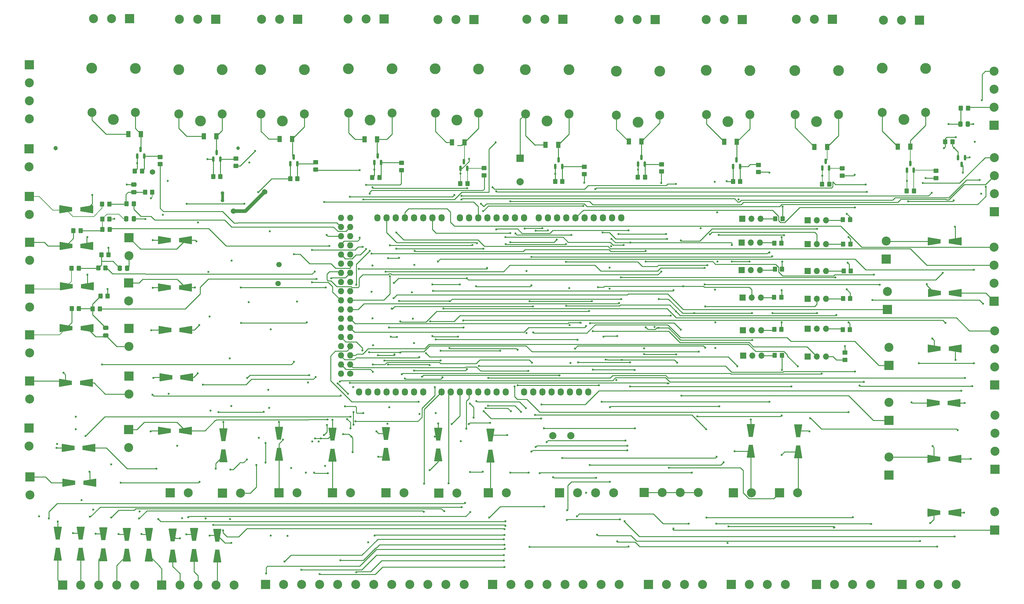
<source format=gbl>
%TF.GenerationSoftware,KiCad,Pcbnew,(6.0.0)*%
%TF.CreationDate,2022-03-05T09:13:47+01:00*%
%TF.ProjectId,arduiboard1,61726475-6962-46f6-9172-64312e6b6963,rev?*%
%TF.SameCoordinates,Original*%
%TF.FileFunction,Copper,L4,Bot*%
%TF.FilePolarity,Positive*%
%FSLAX46Y46*%
G04 Gerber Fmt 4.6, Leading zero omitted, Abs format (unit mm)*
G04 Created by KiCad (PCBNEW (6.0.0)) date 2022-03-05 09:13:47*
%MOMM*%
%LPD*%
G01*
G04 APERTURE LIST*
G04 Aperture macros list*
%AMRoundRect*
0 Rectangle with rounded corners*
0 $1 Rounding radius*
0 $2 $3 $4 $5 $6 $7 $8 $9 X,Y pos of 4 corners*
0 Add a 4 corners polygon primitive as box body*
4,1,4,$2,$3,$4,$5,$6,$7,$8,$9,$2,$3,0*
0 Add four circle primitives for the rounded corners*
1,1,$1+$1,$2,$3*
1,1,$1+$1,$4,$5*
1,1,$1+$1,$6,$7*
1,1,$1+$1,$8,$9*
0 Add four rect primitives between the rounded corners*
20,1,$1+$1,$2,$3,$4,$5,0*
20,1,$1+$1,$4,$5,$6,$7,0*
20,1,$1+$1,$6,$7,$8,$9,0*
20,1,$1+$1,$8,$9,$2,$3,0*%
%AMOutline4P*
0 Free polygon, 4 corners , with rotation*
0 The origin of the aperture is its center*
0 number of corners: always 4*
0 $1 to $8 corner X, Y*
0 $9 Rotation angle, in degrees counterclockwise*
0 create outline with 4 corners*
4,1,4,$1,$2,$3,$4,$5,$6,$7,$8,$1,$2,$9*%
G04 Aperture macros list end*
%TA.AperFunction,ComponentPad*%
%ADD10C,3.000000*%
%TD*%
%TA.AperFunction,ComponentPad*%
%ADD11C,2.500000*%
%TD*%
%TA.AperFunction,ComponentPad*%
%ADD12R,1.700000X1.700000*%
%TD*%
%TA.AperFunction,ComponentPad*%
%ADD13O,1.700000X1.700000*%
%TD*%
%TA.AperFunction,ComponentPad*%
%ADD14R,2.500000X2.500000*%
%TD*%
%TA.AperFunction,ComponentPad*%
%ADD15C,2.000000*%
%TD*%
%TA.AperFunction,ComponentPad*%
%ADD16O,1.727200X2.032000*%
%TD*%
%TA.AperFunction,ComponentPad*%
%ADD17R,2.000000X2.000000*%
%TD*%
%TA.AperFunction,SMDPad,CuDef*%
%ADD18RoundRect,0.250000X-0.450000X0.350000X-0.450000X-0.350000X0.450000X-0.350000X0.450000X0.350000X0*%
%TD*%
%TA.AperFunction,SMDPad,CuDef*%
%ADD19Outline4P,-1.800000X-1.150000X1.800000X-0.550000X1.800000X0.550000X-1.800000X1.150000X90.000000*%
%TD*%
%TA.AperFunction,SMDPad,CuDef*%
%ADD20Outline4P,-1.800000X-1.150000X1.800000X-0.550000X1.800000X0.550000X-1.800000X1.150000X270.000000*%
%TD*%
%TA.AperFunction,SMDPad,CuDef*%
%ADD21RoundRect,0.250000X0.350000X0.450000X-0.350000X0.450000X-0.350000X-0.450000X0.350000X-0.450000X0*%
%TD*%
%TA.AperFunction,SMDPad,CuDef*%
%ADD22RoundRect,0.150000X-0.150000X0.587500X-0.150000X-0.587500X0.150000X-0.587500X0.150000X0.587500X0*%
%TD*%
%TA.AperFunction,SMDPad,CuDef*%
%ADD23Outline4P,-1.800000X-1.150000X1.800000X-0.550000X1.800000X0.550000X-1.800000X1.150000X180.000000*%
%TD*%
%TA.AperFunction,SMDPad,CuDef*%
%ADD24Outline4P,-1.800000X-1.150000X1.800000X-0.550000X1.800000X0.550000X-1.800000X1.150000X0.000000*%
%TD*%
%TA.AperFunction,SMDPad,CuDef*%
%ADD25RoundRect,0.250000X-0.337500X-0.475000X0.337500X-0.475000X0.337500X0.475000X-0.337500X0.475000X0*%
%TD*%
%TA.AperFunction,SMDPad,CuDef*%
%ADD26RoundRect,0.150000X0.150000X-0.587500X0.150000X0.587500X-0.150000X0.587500X-0.150000X-0.587500X0*%
%TD*%
%TA.AperFunction,SMDPad,CuDef*%
%ADD27R,1.300000X1.700000*%
%TD*%
%TA.AperFunction,SMDPad,CuDef*%
%ADD28RoundRect,0.250000X0.450000X-0.350000X0.450000X0.350000X-0.450000X0.350000X-0.450000X-0.350000X0*%
%TD*%
%TA.AperFunction,SMDPad,CuDef*%
%ADD29RoundRect,0.250000X-0.350000X-0.450000X0.350000X-0.450000X0.350000X0.450000X-0.350000X0.450000X0*%
%TD*%
%TA.AperFunction,SMDPad,CuDef*%
%ADD30RoundRect,0.250000X-0.475000X0.337500X-0.475000X-0.337500X0.475000X-0.337500X0.475000X0.337500X0*%
%TD*%
%TA.AperFunction,ComponentPad*%
%ADD31C,1.727200*%
%TD*%
%TA.AperFunction,ComponentPad*%
%ADD32O,1.727200X1.727200*%
%TD*%
%TA.AperFunction,SMDPad,CuDef*%
%ADD33RoundRect,0.250000X0.475000X-0.337500X0.475000X0.337500X-0.475000X0.337500X-0.475000X-0.337500X0*%
%TD*%
%TA.AperFunction,ViaPad*%
%ADD34C,0.600000*%
%TD*%
%TA.AperFunction,ViaPad*%
%ADD35C,1.500000*%
%TD*%
%TA.AperFunction,ViaPad*%
%ADD36C,1.000000*%
%TD*%
%TA.AperFunction,ViaPad*%
%ADD37C,1.200000*%
%TD*%
%TA.AperFunction,Conductor*%
%ADD38C,0.200000*%
%TD*%
%TA.AperFunction,Conductor*%
%ADD39C,0.250000*%
%TD*%
%TA.AperFunction,Conductor*%
%ADD40C,1.000000*%
%TD*%
%TA.AperFunction,Conductor*%
%ADD41C,0.800000*%
%TD*%
G04 APERTURE END LIST*
D10*
%TO.P,K10,1*%
%TO.N,/logique/Bloc relais/COM10*%
X258114800Y-43552000D03*
D11*
%TO.P,K10,2*%
%TO.N,Net-(D57-Pad1)*%
X264164800Y-41602000D03*
D10*
%TO.P,K10,3*%
%TO.N,/logique/Bloc relais/NO10*%
X264164800Y-29402000D03*
%TO.P,K10,4*%
%TO.N,/logique/Bloc relais/NF10*%
X252114800Y-29352000D03*
D11*
%TO.P,K10,5*%
%TO.N,+12V*%
X252164800Y-41602000D03*
%TD*%
D12*
%TO.P,JP10,1,A*%
%TO.N,Net-(JP10-Pad1)*%
X231475000Y-93268800D03*
D13*
%TO.P,JP10,2,C*%
%TO.N,/logique/Collecteurs ouverts/OC10-PWM*%
X234015000Y-93268800D03*
%TO.P,JP10,3,B*%
%TO.N,Net-(JP10-Pad3)*%
X236555000Y-93268800D03*
%TD*%
D14*
%TO.P,J14,1,Pin_1*%
%TO.N,/logique/Entr\u00E9es digitales/IN7*%
X43386400Y-101473000D03*
D11*
%TO.P,J14,2,Pin_2*%
%TO.N,GND*%
X43386400Y-106473000D03*
%TD*%
D14*
%TO.P,J41,1,Pin_1*%
%TO.N,/logique/Extensions/Simple extension1/EI*%
X54867000Y-147062800D03*
D11*
%TO.P,J41,2,Pin_2*%
%TO.N,/logique/Extensions/Simple extension1/COL_EXT*%
X59867000Y-147062800D03*
%TD*%
D14*
%TO.P,J34,1,Pin_1*%
%TO.N,/logique/Bloc relais/NO10*%
X262479800Y-16056000D03*
D11*
%TO.P,J34,2,Pin_2*%
%TO.N,/logique/Bloc relais/COM10*%
X257479800Y-16056000D03*
%TO.P,J34,3,Pin_3*%
%TO.N,/logique/Bloc relais/NF10*%
X252479800Y-16056000D03*
%TD*%
D14*
%TO.P,J9,1,Pin_1*%
%TO.N,GND*%
X283257600Y-117158000D03*
D11*
%TO.P,J9,2,Pin_2*%
%TO.N,VCC*%
X283257600Y-112158000D03*
%TO.P,J9,3,Pin_3*%
%TO.N,17(Rx2)*%
X283257600Y-107158000D03*
%TO.P,J9,4,Pin_4*%
%TO.N,16(Tx2)*%
X283257600Y-102158000D03*
%TD*%
D15*
%TO.P,SW1,1,1*%
%TO.N,GND*%
X160872800Y-131162400D03*
%TO.P,SW1,2,2*%
%TO.N,Reset*%
X165872800Y-131162400D03*
%TD*%
D14*
%TO.P,J36,1,Pin_1*%
%TO.N,VCC*%
X162699200Y-147012000D03*
D11*
%TO.P,J36,2,Pin_2*%
X167699200Y-147012000D03*
%TO.P,J36,3,Pin_3*%
X172699200Y-147012000D03*
%TO.P,J36,4,Pin_4*%
X177699200Y-147012000D03*
%TD*%
D14*
%TO.P,J17,1,Pin_1*%
%TO.N,GND*%
X283105200Y-45174400D03*
D11*
%TO.P,J17,2,Pin_2*%
%TO.N,VCC*%
X283105200Y-40174400D03*
%TO.P,J17,3,Pin_3*%
%TO.N,0(Rx0)*%
X283105200Y-35174400D03*
%TO.P,J17,4,Pin_4*%
%TO.N,1(Tx0)*%
X283105200Y-30174400D03*
%TD*%
D14*
%TO.P,J39,1,Pin_1*%
%TO.N,/logique/Extensions/Simple extension2/EI*%
X69342000Y-147113600D03*
D11*
%TO.P,J39,2,Pin_2*%
%TO.N,/logique/Extensions/Simple extension2/COL_EXT*%
X74342000Y-147113600D03*
%TD*%
D14*
%TO.P,J12,1,Pin_1*%
%TO.N,/logique/Entr\u00E9es digitales/IN9*%
X15954400Y-142595600D03*
D11*
%TO.P,J12,2,Pin_2*%
%TO.N,GND*%
X15954400Y-147595600D03*
%TD*%
D12*
%TO.P,JP6,1,A*%
%TO.N,Net-(JP6-Pad1)*%
X213563200Y-109016800D03*
D13*
%TO.P,JP6,2,C*%
%TO.N,/logique/Collecteurs ouverts/OC6-PWM*%
X216103200Y-109016800D03*
%TO.P,JP6,3,B*%
%TO.N,Net-(JP6-Pad3)*%
X218643200Y-109016800D03*
%TD*%
D14*
%TO.P,J31,1,Pin_1*%
%TO.N,/logique/Bloc relais/NO7*%
X163648400Y-15802000D03*
D11*
%TO.P,J31,2,Pin_2*%
%TO.N,/logique/Bloc relais/COM7*%
X158648400Y-15802000D03*
%TO.P,J31,3,Pin_3*%
%TO.N,/logique/Bloc relais/NF7*%
X153648400Y-15802000D03*
%TD*%
D14*
%TO.P,J8,1,Pin_1*%
%TO.N,GND*%
X257644400Y-172412000D03*
D11*
%TO.P,J8,2,Pin_2*%
%TO.N,VCC*%
X262644400Y-172412000D03*
%TO.P,J8,3,Pin_3*%
%TO.N,SDA*%
X267644400Y-172412000D03*
%TO.P,J8,4,Pin_4*%
%TO.N,SCL*%
X272644400Y-172412000D03*
%TD*%
D14*
%TO.P,J3,1,Pin_1*%
%TO.N,/logique/Entr\u00E9es digitales/IN1*%
X15802000Y-64871600D03*
D11*
%TO.P,J3,2,Pin_2*%
%TO.N,GND*%
X15802000Y-69871600D03*
%TD*%
D10*
%TO.P,K6,1*%
%TO.N,/logique/Bloc relais/COM7*%
X159258000Y-43958400D03*
D11*
%TO.P,K6,2*%
%TO.N,Net-(D11-Pad1)*%
X165308000Y-42008400D03*
D10*
%TO.P,K6,3*%
%TO.N,/logique/Bloc relais/NO7*%
X165308000Y-29808400D03*
%TO.P,K6,4*%
%TO.N,/logique/Bloc relais/NF7*%
X153258000Y-29758400D03*
D11*
%TO.P,K6,5*%
%TO.N,+12V*%
X153308000Y-42008400D03*
%TD*%
D14*
%TO.P,J44,1,Pin_1*%
%TO.N,/logique/Extensions/Simple extension6/EI*%
X99822000Y-147062800D03*
D11*
%TO.P,J44,2,Pin_2*%
%TO.N,/logique/Extensions/Simple extension6/COL_EXT*%
X104822000Y-147062800D03*
%TD*%
D10*
%TO.P,K8,1*%
%TO.N,/logique/Bloc relais/COM5*%
X209397600Y-44161600D03*
D11*
%TO.P,K8,2*%
%TO.N,Net-(D13-Pad1)*%
X215447600Y-42211600D03*
D10*
%TO.P,K8,3*%
%TO.N,/logique/Bloc relais/NO5*%
X215447600Y-30011600D03*
%TO.P,K8,4*%
%TO.N,/logique/Bloc relais/NF5*%
X203397600Y-29961600D03*
D11*
%TO.P,K8,5*%
%TO.N,+12V*%
X203447600Y-42211600D03*
%TD*%
D14*
%TO.P,J40,1,Pin_1*%
%TO.N,/logique/Extensions/Simple extension/EI*%
X43335600Y-129540000D03*
D11*
%TO.P,J40,2,Pin_2*%
%TO.N,/logique/Extensions/Simple extension/COL_EXT*%
X43335600Y-134540000D03*
%TD*%
D16*
%TO.P,P10,1,Pin_1*%
%TO.N,A0*%
X147838000Y-119126000D03*
%TO.P,P10,2,Pin_2*%
%TO.N,A1*%
X145298000Y-119126000D03*
%TO.P,P10,3,Pin_3*%
%TO.N,A2*%
X142758000Y-119126000D03*
%TO.P,P10,4,Pin_4*%
%TO.N,A3*%
X140218000Y-119126000D03*
%TO.P,P10,5,Pin_5*%
%TO.N,A4*%
X137678000Y-119126000D03*
%TO.P,P10,6,Pin_6*%
%TO.N,A5*%
X135138000Y-119126000D03*
%TO.P,P10,7,Pin_7*%
%TO.N,A6*%
X132598000Y-119126000D03*
%TO.P,P10,8,Pin_8*%
%TO.N,A7*%
X130058000Y-119126000D03*
%TD*%
D12*
%TO.P,JP4,1,A*%
%TO.N,Net-(JP4-Pad1)*%
X213410800Y-92913200D03*
D13*
%TO.P,JP4,2,C*%
%TO.N,/logique/Collecteurs ouverts/OC4*%
X215950800Y-92913200D03*
%TO.P,JP4,3,B*%
%TO.N,Net-(JP4-Pad3)*%
X218490800Y-92913200D03*
%TD*%
D12*
%TO.P,JP5,1,A*%
%TO.N,Net-(JP5-Pad1)*%
X213512400Y-102006400D03*
D13*
%TO.P,JP5,2,C*%
%TO.N,/logique/Collecteurs ouverts/OC5-PWM*%
X216052400Y-102006400D03*
%TO.P,JP5,3,B*%
%TO.N,Net-(JP5-Pad3)*%
X218592400Y-102006400D03*
%TD*%
D14*
%TO.P,J43,1,Pin_1*%
%TO.N,/logique/Extensions/Simple extension5/EI*%
X129289000Y-147120000D03*
D11*
%TO.P,J43,2,Pin_2*%
%TO.N,/logique/Extensions/Simple extension5/COL_EXT*%
X134289000Y-147120000D03*
%TD*%
D14*
%TO.P,J50,1,Pin_1*%
%TO.N,/logique/Entr\u00E9es analogiques - Extension/Extention analogique simple3/COL_AIN_EXT*%
X254000000Y-127000000D03*
D11*
%TO.P,J50,2,Pin_2*%
%TO.N,/logique/Entr\u00E9es analogiques - Extension/Extention analogique simple3/A_IN_EXT*%
X254000000Y-122000000D03*
%TD*%
D14*
%TO.P,J27,1,Pin_1*%
%TO.N,/logique/Bloc relais/NO3*%
X90191600Y-15827400D03*
D11*
%TO.P,J27,2,Pin_2*%
%TO.N,/logique/Bloc relais/COM3*%
X85191600Y-15827400D03*
%TO.P,J27,3,Pin_3*%
%TO.N,/logique/Bloc relais/NF3*%
X80191600Y-15827400D03*
%TD*%
D10*
%TO.P,K7,1*%
%TO.N,/logique/Bloc relais/COM6*%
X184454800Y-44364800D03*
D11*
%TO.P,K7,2*%
%TO.N,Net-(D12-Pad1)*%
X190504800Y-42414800D03*
D10*
%TO.P,K7,3*%
%TO.N,/logique/Bloc relais/NO6*%
X190504800Y-30214800D03*
%TO.P,K7,4*%
%TO.N,/logique/Bloc relais/NF6*%
X178454800Y-30164800D03*
D11*
%TO.P,K7,5*%
%TO.N,+12V*%
X178504800Y-42414800D03*
%TD*%
D14*
%TO.P,J13,1,Pin_1*%
%TO.N,/logique/Entr\u00E9es digitales/IN8*%
X43383200Y-114655600D03*
D11*
%TO.P,J13,2,Pin_2*%
%TO.N,GND*%
X43383200Y-119655600D03*
%TD*%
D12*
%TO.P,JP11,1,A*%
%TO.N,Net-(JP11-Pad1)*%
X231475000Y-101600000D03*
D13*
%TO.P,JP11,2,C*%
%TO.N,/logique/Collecteurs ouverts/OC11-PWM*%
X234015000Y-101600000D03*
%TO.P,JP11,3,B*%
%TO.N,Net-(JP11-Pad3)*%
X236555000Y-101600000D03*
%TD*%
D14*
%TO.P,J48,1,Pin_1*%
%TO.N,/logique/Entr\u00E9es analogiques - Extension/Extention analogique simple1/COL_AIN_EXT*%
X253565000Y-96266000D03*
D11*
%TO.P,J48,2,Pin_2*%
%TO.N,/logique/Entr\u00E9es analogiques - Extension/Extention analogique simple1/A_IN_EXT*%
X253565000Y-91266000D03*
%TD*%
D10*
%TO.P,K9,1*%
%TO.N,/logique/Bloc relais/COM9*%
X233934000Y-44187000D03*
D11*
%TO.P,K9,2*%
%TO.N,Net-(D56-Pad1)*%
X239984000Y-42237000D03*
D10*
%TO.P,K9,3*%
%TO.N,/logique/Bloc relais/NO9*%
X239984000Y-30037000D03*
%TO.P,K9,4*%
%TO.N,/logique/Bloc relais/NF9*%
X227934000Y-29987000D03*
D11*
%TO.P,K9,5*%
%TO.N,+12V*%
X227984000Y-42237000D03*
%TD*%
D14*
%TO.P,J25,1,Pin_1*%
%TO.N,/logique/Bloc relais/NO1*%
X43608000Y-15675000D03*
D11*
%TO.P,J25,2,Pin_2*%
%TO.N,/logique/Bloc relais/COM1*%
X38608000Y-15675000D03*
%TO.P,J25,3,Pin_3*%
%TO.N,/logique/Bloc relais/NF1*%
X33608000Y-15675000D03*
%TD*%
D12*
%TO.P,JP1,1,A*%
%TO.N,Net-(JP1-Pad1)*%
X213375000Y-71120000D03*
D13*
%TO.P,JP1,2,C*%
%TO.N,/logique/Collecteurs ouverts/OC1*%
X215915000Y-71120000D03*
%TO.P,JP1,3,B*%
%TO.N,Net-(JP1-Pad3)*%
X218455000Y-71120000D03*
%TD*%
D14*
%TO.P,J35,1,Pin_1*%
%TO.N,Net-(J35-Pad1)*%
X210298800Y-172462800D03*
D11*
%TO.P,J35,2,Pin_2*%
%TO.N,Net-(J35-Pad2)*%
X215298800Y-172462800D03*
%TO.P,J35,3,Pin_3*%
%TO.N,Net-(J35-Pad3)*%
X220298800Y-172462800D03*
%TO.P,J35,4,Pin_4*%
%TO.N,Net-(J35-Pad4)*%
X225298800Y-172462800D03*
%TD*%
D14*
%TO.P,J30,1,Pin_1*%
%TO.N,/logique/Bloc relais/NO6*%
X189200800Y-15852800D03*
D11*
%TO.P,J30,2,Pin_2*%
%TO.N,/logique/Bloc relais/COM6*%
X184200800Y-15852800D03*
%TO.P,J30,3,Pin_3*%
%TO.N,/logique/Bloc relais/NF6*%
X179200800Y-15852800D03*
%TD*%
D12*
%TO.P,JP8,1,A*%
%TO.N,Net-(JP8-Pad1)*%
X231475000Y-78130400D03*
D13*
%TO.P,JP8,2,C*%
%TO.N,/logique/Collecteurs ouverts/OC8-PWM*%
X234015000Y-78130400D03*
%TO.P,JP8,3,B*%
%TO.N,Net-(JP8-Pad3)*%
X236555000Y-78130400D03*
%TD*%
D12*
%TO.P,JP7,1,A*%
%TO.N,Net-(JP7-Pad1)*%
X231460000Y-71500000D03*
D13*
%TO.P,JP7,2,C*%
%TO.N,/logique/Collecteurs ouverts/OC7-PWM*%
X234000000Y-71500000D03*
%TO.P,JP7,3,B*%
%TO.N,Net-(JP7-Pad3)*%
X236540000Y-71500000D03*
%TD*%
D10*
%TO.P,K2,1*%
%TO.N,/logique/Bloc relais/COM2*%
X63195200Y-43958400D03*
D11*
%TO.P,K2,2*%
%TO.N,Net-(D7-Pad1)*%
X69245200Y-42008400D03*
D10*
%TO.P,K2,3*%
%TO.N,/logique/Bloc relais/NO2*%
X69245200Y-29808400D03*
%TO.P,K2,4*%
%TO.N,/logique/Bloc relais/NF2*%
X57195200Y-29758400D03*
D11*
%TO.P,K2,5*%
%TO.N,+12V*%
X57245200Y-42008400D03*
%TD*%
D14*
%TO.P,J53,1,Pin_1*%
%TO.N,/logique/Entr\u00E9es analogiques - Extension/Extention analogique simple4/COL_AIN_EXT*%
X223672400Y-147012000D03*
D11*
%TO.P,J53,2,Pin_2*%
%TO.N,/logique/Entr\u00E9es analogiques - Extension/Extention analogique simple4/A_IN_EXT*%
X228672400Y-147012000D03*
%TD*%
D14*
%TO.P,J15,1,Pin_1*%
%TO.N,/logique/Entr\u00E9es digitales/IN6*%
X43332400Y-88900000D03*
D11*
%TO.P,J15,2,Pin_2*%
%TO.N,GND*%
X43332400Y-93900000D03*
%TD*%
D14*
%TO.P,J21,1,Pin_1*%
%TO.N,/logique/Collecteurs ouverts/OC5-PWM*%
X81261400Y-172469200D03*
D11*
%TO.P,J21,2,Pin_2*%
%TO.N,/logique/Collecteurs ouverts/OC6-PWM*%
X86261400Y-172469200D03*
%TO.P,J21,3,Pin_3*%
%TO.N,/logique/Collecteurs ouverts/OC7-PWM*%
X91261400Y-172469200D03*
%TO.P,J21,4,Pin_4*%
%TO.N,/logique/Collecteurs ouverts/OC8-PWM*%
X96261400Y-172469200D03*
%TO.P,J21,5,Pin_5*%
%TO.N,/logique/Collecteurs ouverts/OC9-PWM*%
X101261400Y-172469200D03*
%TO.P,J21,6,Pin_6*%
%TO.N,/logique/Collecteurs ouverts/OC10-PWM*%
X106261400Y-172469200D03*
%TO.P,J21,7,Pin_7*%
%TO.N,/logique/Collecteurs ouverts/OC11-PWM*%
X111261400Y-172469200D03*
%TO.P,J21,8,Pin_8*%
%TO.N,/logique/Collecteurs ouverts/OC12-PWM*%
X116261400Y-172469200D03*
%TO.P,J21,9,Pin_9*%
%TO.N,GND*%
X121261400Y-172469200D03*
%TO.P,J21,10,Pin_10*%
X126261400Y-172469200D03*
%TO.P,J21,11,Pin_11*%
X131261400Y-172469200D03*
%TO.P,J21,12,Pin_12*%
X136261400Y-172469200D03*
%TD*%
D14*
%TO.P,J7,1,Pin_1*%
%TO.N,GND*%
X283410000Y-140526000D03*
D11*
%TO.P,J7,2,Pin_2*%
%TO.N,VCC*%
X283410000Y-135526000D03*
%TO.P,J7,3,Pin_3*%
%TO.N,20(SDA)*%
X283410000Y-130526000D03*
%TO.P,J7,4,Pin_4*%
%TO.N,21(SCL)*%
X283410000Y-125526000D03*
%TD*%
D12*
%TO.P,JP9,1,A*%
%TO.N,Net-(JP9-Pad1)*%
X231475000Y-85598000D03*
D13*
%TO.P,JP9,2,C*%
%TO.N,/logique/Collecteurs ouverts/OC9-PWM*%
X234015000Y-85598000D03*
%TO.P,JP9,3,B*%
%TO.N,Net-(JP9-Pad3)*%
X236555000Y-85598000D03*
%TD*%
D16*
%TO.P,P7,1,Pin_1*%
%TO.N,SCL*%
X179852000Y-70866000D03*
%TO.P,P7,2,Pin_2*%
%TO.N,SDA*%
X177312000Y-70866000D03*
%TO.P,P7,3,Pin_3*%
%TO.N,AREF*%
X174772000Y-70866000D03*
%TO.P,P7,4,Pin_4*%
%TO.N,GND*%
X172232000Y-70866000D03*
%TO.P,P7,5,Pin_5*%
%TO.N,13(\u002A\u002A)*%
X169692000Y-70866000D03*
%TO.P,P7,6,Pin_6*%
%TO.N,12(\u002A\u002A)*%
X167152000Y-70866000D03*
%TO.P,P7,7,Pin_7*%
%TO.N,11(\u002A\u002A)*%
X164612000Y-70866000D03*
%TO.P,P7,8,Pin_8*%
%TO.N,10(\u002A\u002A)*%
X162072000Y-70866000D03*
%TO.P,P7,9,Pin_9*%
%TO.N,9(\u002A\u002A)*%
X159532000Y-70866000D03*
%TO.P,P7,10,Pin_10*%
%TO.N,8(\u002A\u002A)*%
X156992000Y-70866000D03*
%TD*%
D14*
%TO.P,J22,1,Pin_1*%
%TO.N,/logique/Entr\u00E9es analogiques/ANALOG5*%
X25038200Y-172618400D03*
D11*
%TO.P,J22,2,Pin_2*%
%TO.N,/logique/Entr\u00E9es analogiques/ANALOG6*%
X30038200Y-172618400D03*
%TO.P,J22,3,Pin_3*%
%TO.N,/logique/Entr\u00E9es analogiques/ANALOG7*%
X35038200Y-172618400D03*
%TO.P,J22,4,Pin_4*%
%TO.N,/logique/Entr\u00E9es analogiques/ANALOG8*%
X40038200Y-172618400D03*
%TO.P,J22,5,Pin_5*%
%TO.N,GND*%
X45038200Y-172618400D03*
%TD*%
D14*
%TO.P,J54,1,Pin_1*%
%TO.N,/logique/Entr\u00E9es analogiques - Extension/Extention analogique simple7/COL_AIN_EXT*%
X210870800Y-147062800D03*
D11*
%TO.P,J54,2,Pin_2*%
%TO.N,/logique/Entr\u00E9es analogiques - Extension/Extention analogique simple7/A_IN_EXT*%
X215870800Y-147062800D03*
%TD*%
D10*
%TO.P,K4,1*%
%TO.N,/logique/Bloc relais/COM4*%
X110236000Y-43704400D03*
D11*
%TO.P,K4,2*%
%TO.N,Net-(D9-Pad1)*%
X116286000Y-41754400D03*
D10*
%TO.P,K4,3*%
%TO.N,/logique/Bloc relais/NO4*%
X116286000Y-29554400D03*
%TO.P,K4,4*%
%TO.N,/logique/Bloc relais/NF4*%
X104236000Y-29504400D03*
D11*
%TO.P,K4,5*%
%TO.N,+12V*%
X104286000Y-41754400D03*
%TD*%
D14*
%TO.P,J1,1,Pin_1*%
%TO.N,Net-(D1-Pad1)*%
X15802000Y-28434800D03*
D11*
%TO.P,J1,2,Pin_2*%
X15802000Y-33434800D03*
%TO.P,J1,3,Pin_3*%
%TO.N,GND*%
X15802000Y-38434800D03*
%TO.P,J1,4,Pin_4*%
X15802000Y-43434800D03*
%TD*%
D14*
%TO.P,J45,1,Pin_1*%
%TO.N,/logique/Extensions/Simple extension7/EI*%
X114655600Y-147062800D03*
D11*
%TO.P,J45,2,Pin_2*%
%TO.N,/logique/Extensions/Simple extension7/COL_EXT*%
X119655600Y-147062800D03*
%TD*%
D14*
%TO.P,J5,1,Pin_1*%
%TO.N,/logique/Entr\u00E9es digitales/IN3*%
X15903600Y-90525600D03*
D11*
%TO.P,J5,2,Pin_2*%
%TO.N,GND*%
X15903600Y-95525600D03*
%TD*%
D14*
%TO.P,J26,1,Pin_1*%
%TO.N,/logique/Bloc relais/NO2*%
X67433200Y-15827400D03*
D11*
%TO.P,J26,2,Pin_2*%
%TO.N,/logique/Bloc relais/COM2*%
X62433200Y-15827400D03*
%TO.P,J26,3,Pin_3*%
%TO.N,/logique/Bloc relais/NF2*%
X57433200Y-15827400D03*
%TD*%
D14*
%TO.P,J38,1,Pin_1*%
%TO.N,+12V*%
X186168800Y-146961200D03*
D11*
%TO.P,J38,2,Pin_2*%
X191168800Y-146961200D03*
%TO.P,J38,3,Pin_3*%
X196168800Y-146961200D03*
%TO.P,J38,4,Pin_4*%
X201168800Y-146961200D03*
%TD*%
D14*
%TO.P,J49,1,Pin_1*%
%TO.N,/logique/Entr\u00E9es analogiques - Extension/Extention analogique simple2/COL_AIN_EXT*%
X254000000Y-111760000D03*
D11*
%TO.P,J49,2,Pin_2*%
%TO.N,/logique/Entr\u00E9es analogiques - Extension/Extention analogique simple2/A_IN_EXT*%
X254000000Y-106760000D03*
%TD*%
D14*
%TO.P,J47,1,Pin_1*%
%TO.N,/logique/Entr\u00E9es analogiques - Extension/Extention analogique simple/COL_AIN_EXT*%
X253238000Y-82296000D03*
D11*
%TO.P,J47,2,Pin_2*%
%TO.N,/logique/Entr\u00E9es analogiques - Extension/Extention analogique simple/A_IN_EXT*%
X253238000Y-77296000D03*
%TD*%
D14*
%TO.P,J24,1,Pin_1*%
%TO.N,/logique/Collecteurs ouverts/OC1*%
X144216400Y-172412000D03*
D11*
%TO.P,J24,2,Pin_2*%
%TO.N,/logique/Collecteurs ouverts/OC2*%
X149216400Y-172412000D03*
%TO.P,J24,3,Pin_3*%
%TO.N,/logique/Collecteurs ouverts/OC3*%
X154216400Y-172412000D03*
%TO.P,J24,4,Pin_4*%
%TO.N,/logique/Collecteurs ouverts/OC4*%
X159216400Y-172412000D03*
%TO.P,J24,5,Pin_5*%
%TO.N,GND*%
X164216400Y-172412000D03*
%TO.P,J24,6,Pin_6*%
X169216400Y-172412000D03*
%TO.P,J24,7,Pin_7*%
X174216400Y-172412000D03*
%TO.P,J24,8,Pin_8*%
X179216400Y-172412000D03*
%TD*%
D14*
%TO.P,J6,1,Pin_1*%
%TO.N,/logique/Entr\u00E9es digitales/IN4*%
X15903600Y-103225600D03*
D11*
%TO.P,J6,2,Pin_2*%
%TO.N,GND*%
X15903600Y-108225600D03*
%TD*%
D14*
%TO.P,J46,1,Pin_1*%
%TO.N,/logique/Extensions/Simple extension4/EI*%
X143005000Y-147062800D03*
D11*
%TO.P,J46,2,Pin_2*%
%TO.N,/logique/Extensions/Simple extension4/COL_EXT*%
X148005000Y-147062800D03*
%TD*%
D14*
%TO.P,J42,1,Pin_1*%
%TO.N,/logique/Extensions/Simple extension3/EI*%
X84966000Y-147062800D03*
D11*
%TO.P,J42,2,Pin_2*%
%TO.N,/logique/Extensions/Simple extension3/COL_EXT*%
X89966000Y-147062800D03*
%TD*%
D14*
%TO.P,J18,1,Pin_1*%
%TO.N,GND*%
X283206800Y-69152000D03*
D11*
%TO.P,J18,2,Pin_2*%
%TO.N,VCC*%
X283206800Y-64152000D03*
%TO.P,J18,3,Pin_3*%
%TO.N,15(Rx3)*%
X283206800Y-59152000D03*
%TO.P,J18,4,Pin_4*%
%TO.N,14(Tx3)*%
X283206800Y-54152000D03*
%TD*%
D14*
%TO.P,J29,1,Pin_1*%
%TO.N,/logique/Bloc relais/NO5*%
X213330800Y-15852800D03*
D11*
%TO.P,J29,2,Pin_2*%
%TO.N,/logique/Bloc relais/COM5*%
X208330800Y-15852800D03*
%TO.P,J29,3,Pin_3*%
%TO.N,/logique/Bloc relais/NF5*%
X203330800Y-15852800D03*
%TD*%
D14*
%TO.P,J10,1,Pin_1*%
%TO.N,GND*%
X283156000Y-93942400D03*
D11*
%TO.P,J10,2,Pin_2*%
%TO.N,VCC*%
X283156000Y-88942400D03*
%TO.P,J10,3,Pin_3*%
%TO.N,19(Rx1)*%
X283156000Y-83942400D03*
%TO.P,J10,4,Pin_4*%
%TO.N,18(Tx1)*%
X283156000Y-78942400D03*
%TD*%
D12*
%TO.P,JP2,1,A*%
%TO.N,Net-(JP2-Pad1)*%
X213207600Y-77724000D03*
D13*
%TO.P,JP2,2,C*%
%TO.N,/logique/Collecteurs ouverts/OC2*%
X215747600Y-77724000D03*
%TO.P,JP2,3,B*%
%TO.N,Net-(JP2-Pad3)*%
X218287600Y-77724000D03*
%TD*%
D10*
%TO.P,K5,1*%
%TO.N,/logique/Bloc relais/COM8*%
X134264400Y-43755200D03*
D11*
%TO.P,K5,2*%
%TO.N,Net-(D10-Pad1)*%
X140314400Y-41805200D03*
D10*
%TO.P,K5,3*%
%TO.N,/logique/Bloc relais/NO8*%
X140314400Y-29605200D03*
%TO.P,K5,4*%
%TO.N,/logique/Bloc relais/NF8*%
X128264400Y-29555200D03*
D11*
%TO.P,K5,5*%
%TO.N,+12V*%
X128314400Y-41805200D03*
%TD*%
D10*
%TO.P,K3,1*%
%TO.N,/logique/Bloc relais/COM3*%
X85953600Y-43958400D03*
D11*
%TO.P,K3,2*%
%TO.N,Net-(D8-Pad1)*%
X92003600Y-42008400D03*
D10*
%TO.P,K3,3*%
%TO.N,/logique/Bloc relais/NO3*%
X92003600Y-29808400D03*
%TO.P,K3,4*%
%TO.N,/logique/Bloc relais/NF3*%
X79953600Y-29758400D03*
D11*
%TO.P,K3,5*%
%TO.N,+12V*%
X80003600Y-42008400D03*
%TD*%
D14*
%TO.P,J2,1,Pin_1*%
%TO.N,VCC*%
X15700400Y-51663600D03*
D11*
%TO.P,J2,2,Pin_2*%
%TO.N,GND*%
X15700400Y-56663600D03*
%TD*%
D17*
%TO.P,BZ1,1,-*%
%TO.N,+12V*%
X151790400Y-54310400D03*
D15*
%TO.P,BZ1,2,+*%
%TO.N,Net-(BZ1-Pad2)*%
X151790400Y-60810400D03*
%TD*%
D14*
%TO.P,J51,1,Pin_1*%
%TO.N,/logique/Entr\u00E9es analogiques - Extension/Extention analogique simple5/COL_AIN_EXT*%
X254000000Y-142160000D03*
D11*
%TO.P,J51,2,Pin_2*%
%TO.N,/logique/Entr\u00E9es analogiques - Extension/Extention analogique simple5/A_IN_EXT*%
X254000000Y-137160000D03*
%TD*%
D14*
%TO.P,J16,1,Pin_1*%
%TO.N,/logique/Entr\u00E9es digitales/IN5*%
X43434000Y-76327000D03*
D11*
%TO.P,J16,2,Pin_2*%
%TO.N,GND*%
X43434000Y-81327000D03*
%TD*%
D14*
%TO.P,J23,1,Pin_1*%
%TO.N,/logique/Entr\u00E9es analogiques/ANALOG1*%
X52521000Y-172618400D03*
D11*
%TO.P,J23,2,Pin_2*%
%TO.N,/logique/Entr\u00E9es analogiques/ANALOG2*%
X57521000Y-172618400D03*
%TO.P,J23,3,Pin_3*%
%TO.N,/logique/Entr\u00E9es analogiques/ANALOG3*%
X62521000Y-172618400D03*
%TO.P,J23,4,Pin_4*%
%TO.N,/logique/Entr\u00E9es analogiques/ANALOG4*%
X67521000Y-172618400D03*
%TO.P,J23,5,Pin_5*%
%TO.N,GND*%
X72521000Y-172618400D03*
%TD*%
D16*
%TO.P,P12,1,Pin_1*%
%TO.N,A8*%
X124978000Y-119126000D03*
%TO.P,P12,2,Pin_2*%
%TO.N,A9*%
X122438000Y-119126000D03*
%TO.P,P12,3,Pin_3*%
%TO.N,A10*%
X119898000Y-119126000D03*
%TO.P,P12,4,Pin_4*%
%TO.N,A11*%
X117358000Y-119126000D03*
%TO.P,P12,5,Pin_5*%
%TO.N,A12*%
X114818000Y-119126000D03*
%TO.P,P12,6,Pin_6*%
%TO.N,A13*%
X112278000Y-119126000D03*
%TO.P,P12,7,Pin_7*%
%TO.N,A14*%
X109738000Y-119126000D03*
%TO.P,P12,8,Pin_8*%
%TO.N,A15*%
X107198000Y-119126000D03*
%TD*%
D12*
%TO.P,JP12,1,A*%
%TO.N,Net-(JP12-Pad1)*%
X231475000Y-109270800D03*
D13*
%TO.P,JP12,2,C*%
%TO.N,/logique/Collecteurs ouverts/OC12-PWM*%
X234015000Y-109270800D03*
%TO.P,JP12,3,B*%
%TO.N,Net-(JP12-Pad3)*%
X236555000Y-109270800D03*
%TD*%
D14*
%TO.P,J32,1,Pin_1*%
%TO.N,/logique/Bloc relais/NO8*%
X139039600Y-15849600D03*
D11*
%TO.P,J32,2,Pin_2*%
%TO.N,/logique/Bloc relais/COM8*%
X134039600Y-15849600D03*
%TO.P,J32,3,Pin_3*%
%TO.N,/logique/Bloc relais/NF8*%
X129039600Y-15849600D03*
%TD*%
D12*
%TO.P,JP3,1,A*%
%TO.N,Net-(JP3-Pad1)*%
X213171800Y-85293200D03*
D13*
%TO.P,JP3,2,C*%
%TO.N,/logique/Collecteurs ouverts/OC3*%
X215711800Y-85293200D03*
%TO.P,JP3,3,B*%
%TO.N,Net-(JP3-Pad3)*%
X218251800Y-85293200D03*
%TD*%
D10*
%TO.P,K1,1*%
%TO.N,/logique/Bloc relais/COM1*%
X39116000Y-43552000D03*
D11*
%TO.P,K1,2*%
%TO.N,Net-(D6-Pad1)*%
X45166000Y-41602000D03*
D10*
%TO.P,K1,3*%
%TO.N,/logique/Bloc relais/NO1*%
X45166000Y-29402000D03*
%TO.P,K1,4*%
%TO.N,/logique/Bloc relais/NF1*%
X33116000Y-29352000D03*
D11*
%TO.P,K1,5*%
%TO.N,+12V*%
X33166000Y-41602000D03*
%TD*%
D14*
%TO.P,J20,1,Pin_1*%
%TO.N,AREF*%
X15700400Y-129082800D03*
D11*
%TO.P,J20,2,Pin_2*%
%TO.N,GND*%
X15700400Y-134082800D03*
%TD*%
D14*
%TO.P,J28,1,Pin_1*%
%TO.N,/logique/Bloc relais/NO4*%
X114093000Y-15691400D03*
D11*
%TO.P,J28,2,Pin_2*%
%TO.N,/logique/Bloc relais/COM4*%
X109093000Y-15691400D03*
%TO.P,J28,3,Pin_3*%
%TO.N,/logique/Bloc relais/NF4*%
X104093000Y-15691400D03*
%TD*%
D16*
%TO.P,P11,1,Pin_1*%
%TO.N,14(Tx3)*%
X130058000Y-70866000D03*
%TO.P,P11,2,Pin_2*%
%TO.N,15(Rx3)*%
X127518000Y-70866000D03*
%TO.P,P11,3,Pin_3*%
%TO.N,16(Tx2)*%
X124978000Y-70866000D03*
%TO.P,P11,4,Pin_4*%
%TO.N,17(Rx2)*%
X122438000Y-70866000D03*
%TO.P,P11,5,Pin_5*%
%TO.N,18(Tx1)*%
X119898000Y-70866000D03*
%TO.P,P11,6,Pin_6*%
%TO.N,19(Rx1)*%
X117358000Y-70866000D03*
%TO.P,P11,7,Pin_7*%
%TO.N,20(SDA)*%
X114818000Y-70866000D03*
%TO.P,P11,8,Pin_8*%
%TO.N,21(SCL)*%
X112278000Y-70866000D03*
%TD*%
D14*
%TO.P,J37,1,Pin_1*%
%TO.N,Net-(J37-Pad1)*%
X187350400Y-172466000D03*
D11*
%TO.P,J37,2,Pin_2*%
%TO.N,Net-(J37-Pad2)*%
X192350400Y-172466000D03*
%TO.P,J37,3,Pin_3*%
%TO.N,Net-(J37-Pad3)*%
X197350400Y-172466000D03*
%TO.P,J37,4,Pin_4*%
%TO.N,Net-(J37-Pad4)*%
X202350400Y-172466000D03*
%TD*%
D14*
%TO.P,J19,1,Pin_1*%
%TO.N,50(MISO)*%
X233920800Y-172412000D03*
D11*
%TO.P,J19,2,Pin_2*%
%TO.N,51(MOSI)*%
X238920800Y-172412000D03*
%TO.P,J19,3,Pin_3*%
%TO.N,52(SCK)*%
X243920800Y-172412000D03*
%TO.P,J19,4,Pin_4*%
%TO.N,53(SS)*%
X248920800Y-172412000D03*
%TD*%
D14*
%TO.P,J4,1,Pin_1*%
%TO.N,/logique/Entr\u00E9es digitales/IN2*%
X15903600Y-77622400D03*
D11*
%TO.P,J4,2,Pin_2*%
%TO.N,GND*%
X15903600Y-82622400D03*
%TD*%
D14*
%TO.P,J33,1,Pin_1*%
%TO.N,/logique/Bloc relais/NO9*%
X238299000Y-15802000D03*
D11*
%TO.P,J33,2,Pin_2*%
%TO.N,/logique/Bloc relais/COM9*%
X233299000Y-15802000D03*
%TO.P,J33,3,Pin_3*%
%TO.N,/logique/Bloc relais/NF9*%
X228299000Y-15802000D03*
%TD*%
D14*
%TO.P,J11,1,Pin_1*%
%TO.N,/logique/Entr\u00E9es digitales/IN10*%
X15903600Y-116078000D03*
D11*
%TO.P,J11,2,Pin_2*%
%TO.N,GND*%
X15903600Y-121078000D03*
%TD*%
D16*
%TO.P,P9,1,Pin_1*%
%TO.N,7(\u002A\u002A)*%
X152918000Y-70866000D03*
%TO.P,P9,2,Pin_2*%
%TO.N,6(\u002A\u002A)*%
X150378000Y-70866000D03*
%TO.P,P9,3,Pin_3*%
%TO.N,5(\u002A\u002A)*%
X147838000Y-70866000D03*
%TO.P,P9,4,Pin_4*%
%TO.N,4(\u002A\u002A)*%
X145298000Y-70866000D03*
%TO.P,P9,5,Pin_5*%
%TO.N,3(\u002A\u002A)*%
X142758000Y-70866000D03*
%TO.P,P9,6,Pin_6*%
%TO.N,2(\u002A\u002A)*%
X140218000Y-70866000D03*
%TO.P,P9,7,Pin_7*%
%TO.N,1(Tx0)*%
X137678000Y-70866000D03*
%TO.P,P9,8,Pin_8*%
%TO.N,0(Rx0)*%
X135138000Y-70866000D03*
%TD*%
%TO.P,P8,1,Pin_1*%
%TO.N,unconnected-(P8-Pad1)*%
X170698000Y-119126000D03*
%TO.P,P8,2,Pin_2*%
%TO.N,/logique/IOREF*%
X168158000Y-119126000D03*
%TO.P,P8,3,Pin_3*%
%TO.N,Reset*%
X165618000Y-119126000D03*
%TO.P,P8,4,Pin_4*%
%TO.N,+3V3*%
X163078000Y-119126000D03*
%TO.P,P8,5,Pin_5*%
%TO.N,VCC*%
X160538000Y-119126000D03*
%TO.P,P8,6,Pin_6*%
%TO.N,GND*%
X157998000Y-119126000D03*
%TO.P,P8,7,Pin_7*%
X155458000Y-119126000D03*
%TO.P,P8,8,Pin_8*%
%TO.N,/logique/Vin*%
X152918000Y-119126000D03*
%TD*%
D14*
%TO.P,J52,1,Pin_1*%
%TO.N,/logique/Entr\u00E9es analogiques - Extension/Extention analogique simple6/COL_AIN_EXT*%
X283257600Y-157327600D03*
D11*
%TO.P,J52,2,Pin_2*%
%TO.N,/logique/Entr\u00E9es analogiques - Extension/Extention analogique simple6/A_IN_EXT*%
X283257600Y-152327600D03*
%TD*%
D18*
%TO.P,R200,1*%
%TO.N,+12V*%
X241808000Y-108204000D03*
%TO.P,R200,2*%
%TO.N,Net-(JP12-Pad3)*%
X241808000Y-110204000D03*
%TD*%
D19*
%TO.P,D51,1,A1*%
%TO.N,/logique/Entr\u00E9es analogiques/ANALOG6*%
X30073600Y-164037600D03*
D20*
%TO.P,D51,2,A2*%
%TO.N,GND*%
X30073600Y-158237600D03*
%TD*%
D21*
%TO.P,R80,1*%
%TO.N,+12V*%
X224367600Y-85090000D03*
%TO.P,R80,2*%
%TO.N,Net-(JP3-Pad3)*%
X222367600Y-85090000D03*
%TD*%
D19*
%TO.P,D49,1,A1*%
%TO.N,/logique/Entr\u00E9es analogiques - Extension/Extention analogique simple7/A_IN_EXT*%
X215747600Y-135534400D03*
D20*
%TO.P,D49,2,A2*%
%TO.N,GND*%
X215747600Y-129734400D03*
%TD*%
D21*
%TO.P,R24,1*%
%TO.N,Net-(Q4-Pad1)*%
X112810000Y-59641500D03*
%TO.P,R24,2*%
%TO.N,GND*%
X110810000Y-59641500D03*
%TD*%
D22*
%TO.P,Q15,1,G*%
%TO.N,Net-(Q15-Pad1)*%
X273166800Y-54180500D03*
%TO.P,Q15,2,S*%
%TO.N,GND*%
X275066800Y-54180500D03*
%TO.P,Q15,3,D*%
%TO.N,/logique/Extensions/Simple extension/COL_EXT*%
X274116800Y-56055500D03*
%TD*%
D23*
%TO.P,D19,1,A1*%
%TO.N,/logique/Entr\u00E9es digitales/IN5*%
X59084800Y-77012800D03*
D24*
%TO.P,D19,2,A2*%
%TO.N,GND*%
X53284800Y-77012800D03*
%TD*%
D25*
%TO.P,C9,1*%
%TO.N,Net-(C9-Pad1)*%
X40872500Y-84785200D03*
%TO.P,C9,2*%
%TO.N,GND*%
X42947500Y-84785200D03*
%TD*%
D21*
%TO.P,R184,1*%
%TO.N,+12V*%
X243316000Y-78079600D03*
%TO.P,R184,2*%
%TO.N,Net-(JP8-Pad3)*%
X241316000Y-78079600D03*
%TD*%
D26*
%TO.P,Q37,1,B*%
%TO.N,Net-(Q37-Pad1)*%
X237424000Y-57055500D03*
%TO.P,Q37,2,E*%
%TO.N,GND*%
X235524000Y-57055500D03*
%TO.P,Q37,3,C*%
%TO.N,Net-(D56-Pad1)*%
X236474000Y-55180500D03*
%TD*%
D19*
%TO.P,D24,1,A1*%
%TO.N,/logique/Entr\u00E9es analogiques/ANALOG3*%
X61468000Y-164393200D03*
D20*
%TO.P,D24,2,A2*%
%TO.N,GND*%
X61468000Y-158593200D03*
%TD*%
D27*
%TO.P,D56,1,K*%
%TO.N,Net-(D56-Pad1)*%
X236867000Y-51190400D03*
%TO.P,D56,2,A*%
%TO.N,+12V*%
X233367000Y-51190400D03*
%TD*%
D28*
%TO.P,R7,1*%
%TO.N,23*%
X52070000Y-55975000D03*
%TO.P,R7,2*%
%TO.N,Net-(Q1-Pad1)*%
X52070000Y-53975000D03*
%TD*%
D23*
%TO.P,D27,1,A1*%
%TO.N,/logique/Extensions/Simple extension/EI*%
X59084800Y-129844800D03*
D24*
%TO.P,D27,2,A2*%
%TO.N,GND*%
X53284800Y-129844800D03*
%TD*%
D21*
%TO.P,R188,1*%
%TO.N,+12V*%
X243417600Y-85547200D03*
%TO.P,R188,2*%
%TO.N,Net-(JP9-Pad3)*%
X241417600Y-85547200D03*
%TD*%
D29*
%TO.P,R44,1*%
%TO.N,Net-(C10-Pad1)*%
X33340800Y-96062800D03*
%TO.P,R44,2*%
%TO.N,28*%
X35340800Y-96062800D03*
%TD*%
D28*
%TO.P,R19,1*%
%TO.N,25*%
X73091000Y-56434500D03*
%TO.P,R19,2*%
%TO.N,Net-(Q2-Pad1)*%
X73091000Y-54434500D03*
%TD*%
D29*
%TO.P,R42,1*%
%TO.N,/logique/Entr\u00E9es digitales/IN4*%
X27549600Y-96012000D03*
%TO.P,R42,2*%
%TO.N,Net-(C10-Pad1)*%
X29549600Y-96012000D03*
%TD*%
%TO.P,R41,1*%
%TO.N,Net-(C9-Pad1)*%
X34915600Y-84734400D03*
%TO.P,R41,2*%
%TO.N,26*%
X36915600Y-84734400D03*
%TD*%
D21*
%TO.P,R84,1*%
%TO.N,+12V*%
X224164400Y-92811600D03*
%TO.P,R84,2*%
%TO.N,Net-(JP4-Pad3)*%
X222164400Y-92811600D03*
%TD*%
D24*
%TO.P,D54,1,A1*%
%TO.N,/logique/Entr\u00E9es digitales/IN10*%
X25852800Y-116586000D03*
D23*
%TO.P,D54,2,A2*%
%TO.N,GND*%
X31652800Y-116586000D03*
%TD*%
D26*
%TO.P,Q8,1,B*%
%TO.N,Net-(Q8-Pad1)*%
X212720000Y-56642000D03*
%TO.P,Q8,2,E*%
%TO.N,GND*%
X210820000Y-56642000D03*
%TO.P,Q8,3,C*%
%TO.N,Net-(D13-Pad1)*%
X211770000Y-54767000D03*
%TD*%
%TO.P,Q2,1,B*%
%TO.N,Net-(Q2-Pad1)*%
X68707000Y-54610000D03*
%TO.P,Q2,2,E*%
%TO.N,GND*%
X66807000Y-54610000D03*
%TO.P,Q2,3,C*%
%TO.N,Net-(D7-Pad1)*%
X67757000Y-52735000D03*
%TD*%
%TO.P,Q6,1,B*%
%TO.N,Net-(Q6-Pad1)*%
X163449000Y-56642000D03*
%TO.P,Q6,2,E*%
%TO.N,GND*%
X161549000Y-56642000D03*
%TO.P,Q6,3,C*%
%TO.N,Net-(D11-Pad1)*%
X162499000Y-54767000D03*
%TD*%
D28*
%TO.P,R29,1*%
%TO.N,33*%
X190979500Y-58007000D03*
%TO.P,R29,2*%
%TO.N,Net-(Q7-Pad1)*%
X190979500Y-56007000D03*
%TD*%
D19*
%TO.P,D37,1,A1*%
%TO.N,/logique/Extensions/Simple extension7/EI*%
X114655600Y-136402400D03*
D20*
%TO.P,D37,2,A2*%
%TO.N,GND*%
X114655600Y-130602400D03*
%TD*%
D21*
%TO.P,R28,1*%
%TO.N,Net-(Q6-Pad1)*%
X163499000Y-60784500D03*
%TO.P,R28,2*%
%TO.N,GND*%
X161499000Y-60784500D03*
%TD*%
%TO.P,R26,1*%
%TO.N,Net-(Q5-Pad1)*%
X137226000Y-61371000D03*
%TO.P,R26,2*%
%TO.N,GND*%
X135226000Y-61371000D03*
%TD*%
D19*
%TO.P,D25,1,A1*%
%TO.N,/logique/Entr\u00E9es analogiques/ANALOG4*%
X67868800Y-164596400D03*
D20*
%TO.P,D25,2,A2*%
%TO.N,GND*%
X67868800Y-158796400D03*
%TD*%
D27*
%TO.P,D57,1,K*%
%TO.N,Net-(D57-Pad1)*%
X259945400Y-51109400D03*
%TO.P,D57,2,A*%
%TO.N,+12V*%
X256445400Y-51109400D03*
%TD*%
D21*
%TO.P,R180,1*%
%TO.N,+12V*%
X243214400Y-71323200D03*
%TO.P,R180,2*%
%TO.N,Net-(JP7-Pad3)*%
X241214400Y-71323200D03*
%TD*%
D19*
%TO.P,D31,1,A1*%
%TO.N,/logique/Extensions/Simple extension2/EI*%
X69545200Y-136758000D03*
D20*
%TO.P,D31,2,A2*%
%TO.N,GND*%
X69545200Y-130958000D03*
%TD*%
D24*
%TO.P,D55,1,A1*%
%TO.N,/logique/Entr\u00E9es digitales/IN9*%
X26767200Y-144221200D03*
D23*
%TO.P,D55,2,A2*%
%TO.N,GND*%
X32567200Y-144221200D03*
%TD*%
%TO.P,D18,1,A1*%
%TO.N,/logique/Entr\u00E9es digitales/IN8*%
X59440400Y-115062000D03*
D24*
%TO.P,D18,2,A2*%
%TO.N,GND*%
X53640400Y-115062000D03*
%TD*%
D26*
%TO.P,Q1,1,B*%
%TO.N,Net-(Q1-Pad1)*%
X47620000Y-53721000D03*
%TO.P,Q1,2,E*%
%TO.N,GND*%
X45720000Y-53721000D03*
%TO.P,Q1,3,C*%
%TO.N,Net-(D6-Pad1)*%
X46670000Y-51846000D03*
%TD*%
D27*
%TO.P,D6,1,K*%
%TO.N,Net-(D6-Pad1)*%
X46730200Y-47601900D03*
%TO.P,D6,2,A*%
%TO.N,+12V*%
X43230200Y-47601900D03*
%TD*%
D24*
%TO.P,D16,1,A1*%
%TO.N,/logique/Entr\u00E9es digitales/IN3*%
X26106800Y-89814400D03*
D23*
%TO.P,D16,2,A2*%
%TO.N,GND*%
X31906800Y-89814400D03*
%TD*%
D21*
%TO.P,R210,1*%
%TO.N,Net-(Q38-Pad1)*%
X260908000Y-63403000D03*
%TO.P,R210,2*%
%TO.N,GND*%
X258908000Y-63403000D03*
%TD*%
D24*
%TO.P,D44,1,A1*%
%TO.N,/logique/Entr\u00E9es analogiques - Extension/Extention analogique simple2/A_IN_EXT*%
X266543200Y-107035600D03*
D23*
%TO.P,D44,2,A2*%
%TO.N,GND*%
X272343200Y-107035600D03*
%TD*%
D21*
%TO.P,R196,1*%
%TO.N,+12V*%
X243163600Y-101803200D03*
%TO.P,R196,2*%
%TO.N,Net-(JP11-Pad3)*%
X241163600Y-101803200D03*
%TD*%
%TO.P,R43,1*%
%TO.N,VCC*%
X37525200Y-92506800D03*
%TO.P,R43,2*%
%TO.N,Net-(C10-Pad1)*%
X35525200Y-92506800D03*
%TD*%
D19*
%TO.P,D35,1,A1*%
%TO.N,/logique/Extensions/Simple extension6/EI*%
X99822000Y-136605600D03*
D20*
%TO.P,D35,2,A2*%
%TO.N,GND*%
X99822000Y-130805600D03*
%TD*%
D24*
%TO.P,D47,1,A1*%
%TO.N,/logique/Entr\u00E9es analogiques - Extension/Extention analogique simple6/A_IN_EXT*%
X266441600Y-152552400D03*
D23*
%TO.P,D47,2,A2*%
%TO.N,GND*%
X272241600Y-152552400D03*
%TD*%
D24*
%TO.P,D46,1,A1*%
%TO.N,/logique/Entr\u00E9es analogiques - Extension/Extention analogique simple5/A_IN_EXT*%
X266441600Y-137617200D03*
D23*
%TO.P,D46,2,A2*%
%TO.N,GND*%
X272241600Y-137617200D03*
%TD*%
D27*
%TO.P,D8,1,K*%
%TO.N,Net-(D8-Pad1)*%
X88623000Y-49022000D03*
%TO.P,D8,2,A*%
%TO.N,+12V*%
X85123000Y-49022000D03*
%TD*%
D21*
%TO.P,R34,1*%
%TO.N,VCC*%
X49869600Y-63703200D03*
%TO.P,R34,2*%
%TO.N,Net-(C7-Pad1)*%
X47869600Y-63703200D03*
%TD*%
D29*
%TO.P,R36,1*%
%TO.N,/logique/Entr\u00E9es digitales/IN2*%
X28006800Y-74371200D03*
%TO.P,R36,2*%
%TO.N,Net-(C8-Pad1)*%
X30006800Y-74371200D03*
%TD*%
D21*
%TO.P,R92,1*%
%TO.N,+12V*%
X224316800Y-108915200D03*
%TO.P,R92,2*%
%TO.N,Net-(JP6-Pad3)*%
X222316800Y-108915200D03*
%TD*%
%TO.P,R76,1*%
%TO.N,+12V*%
X224215200Y-77825600D03*
%TO.P,R76,2*%
%TO.N,Net-(JP2-Pad3)*%
X222215200Y-77825600D03*
%TD*%
D29*
%TO.P,R38,1*%
%TO.N,Net-(C8-Pad1)*%
X36084000Y-74015600D03*
%TO.P,R38,2*%
%TO.N,24*%
X38084000Y-74015600D03*
%TD*%
D23*
%TO.P,D29,1,A1*%
%TO.N,/logique/Extensions/Simple extension1/EI*%
X32364000Y-134569200D03*
D24*
%TO.P,D29,2,A2*%
%TO.N,GND*%
X26564000Y-134569200D03*
%TD*%
D21*
%TO.P,R94,1*%
%TO.N,VCC*%
X275878800Y-40436800D03*
%TO.P,R94,2*%
%TO.N,Net-(C15-Pad1)*%
X273878800Y-40436800D03*
%TD*%
%TO.P,R30,1*%
%TO.N,Net-(Q7-Pad1)*%
X186391500Y-59547000D03*
%TO.P,R30,2*%
%TO.N,GND*%
X184391500Y-59547000D03*
%TD*%
D23*
%TO.P,D21,1,A1*%
%TO.N,/logique/Entr\u00E9es digitales/IN7*%
X59186400Y-101904800D03*
D24*
%TO.P,D21,2,A2*%
%TO.N,GND*%
X53386400Y-101904800D03*
%TD*%
D21*
%TO.P,R72,1*%
%TO.N,+12V*%
X224520000Y-71069200D03*
%TO.P,R72,2*%
%TO.N,Net-(JP1-Pad3)*%
X222520000Y-71069200D03*
%TD*%
D27*
%TO.P,D10,1,K*%
%TO.N,Net-(D10-Pad1)*%
X136422600Y-49941000D03*
%TO.P,D10,2,A*%
%TO.N,+12V*%
X132922600Y-49941000D03*
%TD*%
D19*
%TO.P,D48,1,A1*%
%TO.N,/logique/Entr\u00E9es analogiques - Extension/Extention analogique simple4/A_IN_EXT*%
X228803200Y-135686800D03*
D20*
%TO.P,D48,2,A2*%
%TO.N,GND*%
X228803200Y-129886800D03*
%TD*%
D26*
%TO.P,Q3,1,B*%
%TO.N,Net-(Q3-Pad1)*%
X90043000Y-55880000D03*
%TO.P,Q3,2,E*%
%TO.N,GND*%
X88143000Y-55880000D03*
%TO.P,Q3,3,C*%
%TO.N,Net-(D8-Pad1)*%
X89093000Y-54005000D03*
%TD*%
D27*
%TO.P,D13,1,K*%
%TO.N,Net-(D13-Pad1)*%
X211858200Y-49773700D03*
%TO.P,D13,2,A*%
%TO.N,+12V*%
X208358200Y-49773700D03*
%TD*%
D21*
%TO.P,R8,1*%
%TO.N,Net-(Q1-Pad1)*%
X47035000Y-57863500D03*
%TO.P,R8,2*%
%TO.N,GND*%
X45035000Y-57863500D03*
%TD*%
D28*
%TO.P,R31,1*%
%TO.N,31*%
X217866000Y-58174500D03*
%TO.P,R31,2*%
%TO.N,Net-(Q8-Pad1)*%
X217866000Y-56174500D03*
%TD*%
D24*
%TO.P,D15,1,A1*%
%TO.N,/logique/Entr\u00E9es digitales/IN2*%
X25954400Y-78587600D03*
D23*
%TO.P,D15,2,A2*%
%TO.N,GND*%
X31754400Y-78587600D03*
%TD*%
D21*
%TO.P,R37,1*%
%TO.N,VCC*%
X38033200Y-71170800D03*
%TO.P,R37,2*%
%TO.N,Net-(C8-Pad1)*%
X36033200Y-71170800D03*
%TD*%
D28*
%TO.P,R27,1*%
%TO.N,35*%
X169611000Y-58736500D03*
%TO.P,R27,2*%
%TO.N,Net-(Q6-Pad1)*%
X169611000Y-56736500D03*
%TD*%
D26*
%TO.P,Q38,1,B*%
%TO.N,Net-(Q38-Pad1)*%
X260858000Y-57658000D03*
%TO.P,Q38,2,E*%
%TO.N,GND*%
X258958000Y-57658000D03*
%TO.P,Q38,3,C*%
%TO.N,Net-(D57-Pad1)*%
X259908000Y-55783000D03*
%TD*%
D19*
%TO.P,D41,1,A1*%
%TO.N,/logique/Extensions/Simple extension4/EI*%
X143560800Y-136859600D03*
D20*
%TO.P,D41,2,A2*%
%TO.N,GND*%
X143560800Y-131059600D03*
%TD*%
D29*
%TO.P,R35,1*%
%TO.N,Net-(C7-Pad1)*%
X42773600Y-66954400D03*
%TO.P,R35,2*%
%TO.N,22*%
X44773600Y-66954400D03*
%TD*%
D28*
%TO.P,R25,1*%
%TO.N,37*%
X141798000Y-59069000D03*
%TO.P,R25,2*%
%TO.N,Net-(Q5-Pad1)*%
X141798000Y-57069000D03*
%TD*%
%TO.P,R23,1*%
%TO.N,29*%
X118938000Y-57593500D03*
%TO.P,R23,2*%
%TO.N,Net-(Q4-Pad1)*%
X118938000Y-55593500D03*
%TD*%
D21*
%TO.P,R192,1*%
%TO.N,+12V*%
X243265200Y-93167200D03*
%TO.P,R192,2*%
%TO.N,Net-(JP10-Pad3)*%
X241265200Y-93167200D03*
%TD*%
D30*
%TO.P,C10,1*%
%TO.N,Net-(C10-Pad1)*%
X36982400Y-101324500D03*
%TO.P,C10,2*%
%TO.N,GND*%
X36982400Y-103399500D03*
%TD*%
D29*
%TO.P,R33,1*%
%TO.N,/logique/Entr\u00E9es digitales/IN1*%
X35998400Y-67056000D03*
%TO.P,R33,2*%
%TO.N,Net-(C7-Pad1)*%
X37998400Y-67056000D03*
%TD*%
D21*
%TO.P,R40,1*%
%TO.N,VCC*%
X37779200Y-81076800D03*
%TO.P,R40,2*%
%TO.N,Net-(C9-Pad1)*%
X35779200Y-81076800D03*
%TD*%
D28*
%TO.P,R21,1*%
%TO.N,27*%
X95189000Y-57466500D03*
%TO.P,R21,2*%
%TO.N,Net-(Q3-Pad1)*%
X95189000Y-55466500D03*
%TD*%
D19*
%TO.P,D33,1,A1*%
%TO.N,/logique/Extensions/Simple extension3/EI*%
X84988400Y-136351600D03*
D20*
%TO.P,D33,2,A2*%
%TO.N,GND*%
X84988400Y-130551600D03*
%TD*%
D19*
%TO.P,D52,1,A1*%
%TO.N,/logique/Entr\u00E9es analogiques/ANALOG7*%
X36322000Y-164190000D03*
D20*
%TO.P,D52,2,A2*%
%TO.N,GND*%
X36322000Y-158390000D03*
%TD*%
D21*
%TO.P,R208,1*%
%TO.N,Net-(Q37-Pad1)*%
X237474000Y-61502800D03*
%TO.P,R208,2*%
%TO.N,GND*%
X235474000Y-61502800D03*
%TD*%
D19*
%TO.P,D50,1,A1*%
%TO.N,/logique/Entr\u00E9es analogiques/ANALOG5*%
X23672800Y-164037600D03*
D20*
%TO.P,D50,2,A2*%
%TO.N,GND*%
X23672800Y-158237600D03*
%TD*%
D28*
%TO.P,R209,1*%
%TO.N,13(\u002A\u002A)*%
X267020000Y-59831000D03*
%TO.P,R209,2*%
%TO.N,Net-(Q38-Pad1)*%
X267020000Y-57831000D03*
%TD*%
D29*
%TO.P,R39,1*%
%TO.N,/logique/Entr\u00E9es digitales/IN3*%
X27498800Y-84785200D03*
%TO.P,R39,2*%
%TO.N,Net-(C9-Pad1)*%
X29498800Y-84785200D03*
%TD*%
D24*
%TO.P,D17,1,A1*%
%TO.N,/logique/Entr\u00E9es digitales/IN4*%
X26005200Y-101396800D03*
D23*
%TO.P,D17,2,A2*%
%TO.N,GND*%
X31805200Y-101396800D03*
%TD*%
D21*
%TO.P,R32,1*%
%TO.N,Net-(Q8-Pad1)*%
X212786000Y-60746500D03*
%TO.P,R32,2*%
%TO.N,GND*%
X210786000Y-60746500D03*
%TD*%
D25*
%TO.P,C8,1*%
%TO.N,Net-(C8-Pad1)*%
X42701300Y-71120000D03*
%TO.P,C8,2*%
%TO.N,GND*%
X44776300Y-71120000D03*
%TD*%
%TO.P,C15,1*%
%TO.N,Net-(C15-Pad1)*%
X273769000Y-44856400D03*
%TO.P,C15,2*%
%TO.N,GND*%
X275844000Y-44856400D03*
%TD*%
D26*
%TO.P,Q4,1,B*%
%TO.N,Net-(Q4-Pad1)*%
X113284000Y-55499000D03*
%TO.P,Q4,2,E*%
%TO.N,GND*%
X111384000Y-55499000D03*
%TO.P,Q4,3,C*%
%TO.N,Net-(D9-Pad1)*%
X112334000Y-53624000D03*
%TD*%
D24*
%TO.P,D14,1,A1*%
%TO.N,/logique/Entr\u00E9es digitales/IN1*%
X25903600Y-68478400D03*
D23*
%TO.P,D14,2,A2*%
%TO.N,GND*%
X31703600Y-68478400D03*
%TD*%
D27*
%TO.P,D12,1,K*%
%TO.N,Net-(D12-Pad1)*%
X185400900Y-49641000D03*
%TO.P,D12,2,A*%
%TO.N,+12V*%
X181900900Y-49641000D03*
%TD*%
%TO.P,D11,1,K*%
%TO.N,Net-(D11-Pad1)*%
X162356000Y-50624500D03*
%TO.P,D11,2,A*%
%TO.N,+12V*%
X158856000Y-50624500D03*
%TD*%
D24*
%TO.P,D42,1,A1*%
%TO.N,/logique/Entr\u00E9es analogiques - Extension/Extention analogique simple/A_IN_EXT*%
X266543200Y-77317600D03*
D23*
%TO.P,D42,2,A2*%
%TO.N,GND*%
X272343200Y-77317600D03*
%TD*%
D24*
%TO.P,D45,1,A1*%
%TO.N,/logique/Entr\u00E9es analogiques - Extension/Extention analogique simple3/A_IN_EXT*%
X266238400Y-122123200D03*
D23*
%TO.P,D45,2,A2*%
%TO.N,GND*%
X272038400Y-122123200D03*
%TD*%
D26*
%TO.P,Q5,1,B*%
%TO.N,Net-(Q5-Pad1)*%
X137160000Y-57150000D03*
%TO.P,Q5,2,E*%
%TO.N,GND*%
X135260000Y-57150000D03*
%TO.P,Q5,3,C*%
%TO.N,Net-(D10-Pad1)*%
X136210000Y-55275000D03*
%TD*%
D19*
%TO.P,D22,1,A1*%
%TO.N,/logique/Entr\u00E9es analogiques/ANALOG1*%
X48920400Y-164342400D03*
D20*
%TO.P,D22,2,A2*%
%TO.N,GND*%
X48920400Y-158542400D03*
%TD*%
D19*
%TO.P,D39,1,A1*%
%TO.N,/logique/Extensions/Simple extension5/EI*%
X129082800Y-136554800D03*
D20*
%TO.P,D39,2,A2*%
%TO.N,GND*%
X129082800Y-130754800D03*
%TD*%
D21*
%TO.P,R22,1*%
%TO.N,Net-(Q3-Pad1)*%
X90093000Y-60022500D03*
%TO.P,R22,2*%
%TO.N,GND*%
X88093000Y-60022500D03*
%TD*%
%TO.P,R88,1*%
%TO.N,+12V*%
X224215200Y-101752400D03*
%TO.P,R88,2*%
%TO.N,Net-(JP5-Pad3)*%
X222215200Y-101752400D03*
%TD*%
D26*
%TO.P,Q7,1,B*%
%TO.N,Net-(Q7-Pad1)*%
X186341500Y-55912500D03*
%TO.P,Q7,2,E*%
%TO.N,GND*%
X184441500Y-55912500D03*
%TO.P,Q7,3,C*%
%TO.N,Net-(D12-Pad1)*%
X185391500Y-54037500D03*
%TD*%
D21*
%TO.P,R20,1*%
%TO.N,Net-(Q2-Pad1)*%
X68757000Y-59387500D03*
%TO.P,R20,2*%
%TO.N,GND*%
X66757000Y-59387500D03*
%TD*%
D28*
%TO.P,R207,1*%
%TO.N,12(\u002A\u002A)*%
X241046000Y-59150000D03*
%TO.P,R207,2*%
%TO.N,Net-(Q37-Pad1)*%
X241046000Y-57150000D03*
%TD*%
D27*
%TO.P,D9,1,K*%
%TO.N,Net-(D9-Pad1)*%
X112168200Y-49075100D03*
%TO.P,D9,2,A*%
%TO.N,+12V*%
X108668200Y-49075100D03*
%TD*%
D29*
%TO.P,R96,1*%
%TO.N,Net-(R95-Pad2)*%
X269560800Y-49733200D03*
%TO.P,R96,2*%
%TO.N,Net-(Q15-Pad1)*%
X271560800Y-49733200D03*
%TD*%
D27*
%TO.P,D7,1,K*%
%TO.N,Net-(D7-Pad1)*%
X67642000Y-48236900D03*
%TO.P,D7,2,A*%
%TO.N,+12V*%
X64142000Y-48236900D03*
%TD*%
D23*
%TO.P,D20,1,A1*%
%TO.N,/logique/Entr\u00E9es digitales/IN6*%
X59084800Y-90119200D03*
D24*
%TO.P,D20,2,A2*%
%TO.N,GND*%
X53284800Y-90119200D03*
%TD*%
D19*
%TO.P,D23,1,A1*%
%TO.N,/logique/Entr\u00E9es analogiques/ANALOG2*%
X55524400Y-164545600D03*
D20*
%TO.P,D23,2,A2*%
%TO.N,GND*%
X55524400Y-158745600D03*
%TD*%
D24*
%TO.P,D43,1,A1*%
%TO.N,/logique/Entr\u00E9es analogiques - Extension/Extention analogique simple1/A_IN_EXT*%
X266594000Y-91643200D03*
D23*
%TO.P,D43,2,A2*%
%TO.N,GND*%
X272394000Y-91643200D03*
%TD*%
D31*
%TO.P,P13,1,Pin_1*%
%TO.N,GND*%
X104700000Y-114056000D03*
D32*
%TO.P,P13,2,Pin_2*%
X102160000Y-114056000D03*
%TO.P,P13,3,Pin_3*%
%TO.N,52(SCK)*%
X104700000Y-111516000D03*
%TO.P,P13,4,Pin_4*%
%TO.N,53(SS)*%
X102160000Y-111516000D03*
%TO.P,P13,5,Pin_5*%
%TO.N,50(MISO)*%
X104700000Y-108976000D03*
%TO.P,P13,6,Pin_6*%
%TO.N,51(MOSI)*%
X102160000Y-108976000D03*
%TO.P,P13,7,Pin_7*%
%TO.N,48*%
X104700000Y-106436000D03*
%TO.P,P13,8,Pin_8*%
%TO.N,49*%
X102160000Y-106436000D03*
%TO.P,P13,9,Pin_9*%
%TO.N,46*%
X104700000Y-103896000D03*
%TO.P,P13,10,Pin_10*%
%TO.N,47*%
X102160000Y-103896000D03*
%TO.P,P13,11,Pin_11*%
%TO.N,44*%
X104700000Y-101356000D03*
%TO.P,P13,12,Pin_12*%
%TO.N,45*%
X102160000Y-101356000D03*
%TO.P,P13,13,Pin_13*%
%TO.N,42*%
X104700000Y-98816000D03*
%TO.P,P13,14,Pin_14*%
%TO.N,43*%
X102160000Y-98816000D03*
%TO.P,P13,15,Pin_15*%
%TO.N,40*%
X104700000Y-96276000D03*
%TO.P,P13,16,Pin_16*%
%TO.N,41*%
X102160000Y-96276000D03*
%TO.P,P13,17,Pin_17*%
%TO.N,38*%
X104700000Y-93736000D03*
%TO.P,P13,18,Pin_18*%
%TO.N,39*%
X102160000Y-93736000D03*
%TO.P,P13,19,Pin_19*%
%TO.N,36*%
X104700000Y-91196000D03*
%TO.P,P13,20,Pin_20*%
%TO.N,37*%
X102160000Y-91196000D03*
%TO.P,P13,21,Pin_21*%
%TO.N,34*%
X104700000Y-88656000D03*
%TO.P,P13,22,Pin_22*%
%TO.N,35*%
X102160000Y-88656000D03*
%TO.P,P13,23,Pin_23*%
%TO.N,32*%
X104700000Y-86116000D03*
%TO.P,P13,24,Pin_24*%
%TO.N,33*%
X102160000Y-86116000D03*
%TO.P,P13,25,Pin_25*%
%TO.N,30*%
X104700000Y-83576000D03*
%TO.P,P13,26,Pin_26*%
%TO.N,31*%
X102160000Y-83576000D03*
%TO.P,P13,27,Pin_27*%
%TO.N,28*%
X104700000Y-81036000D03*
%TO.P,P13,28,Pin_28*%
%TO.N,29*%
X102160000Y-81036000D03*
%TO.P,P13,29,Pin_29*%
%TO.N,26*%
X104700000Y-78496000D03*
%TO.P,P13,30,Pin_30*%
%TO.N,27*%
X102160000Y-78496000D03*
%TO.P,P13,31,Pin_31*%
%TO.N,24*%
X104700000Y-75956000D03*
%TO.P,P13,32,Pin_32*%
%TO.N,25*%
X102160000Y-75956000D03*
%TO.P,P13,33,Pin_33*%
%TO.N,22*%
X104700000Y-73416000D03*
%TO.P,P13,34,Pin_34*%
%TO.N,23*%
X102160000Y-73416000D03*
%TO.P,P13,35,Pin_35*%
%TO.N,VCC*%
X104700000Y-70876000D03*
%TO.P,P13,36,Pin_36*%
X102160000Y-70876000D03*
%TD*%
D19*
%TO.P,D53,1,A1*%
%TO.N,/logique/Entr\u00E9es analogiques/ANALOG8*%
X42824400Y-164342400D03*
D20*
%TO.P,D53,2,A2*%
%TO.N,GND*%
X42824400Y-158542400D03*
%TD*%
D33*
%TO.P,C7,1*%
%TO.N,Net-(C7-Pad1)*%
X44805600Y-63724700D03*
%TO.P,C7,2*%
%TO.N,GND*%
X44805600Y-61649700D03*
%TD*%
D34*
%TO.N,GND*%
X82429600Y-74542400D03*
X111384000Y-57456500D03*
X122113800Y-98739200D03*
X71400000Y-109800000D03*
X232000000Y-130000000D03*
X50200000Y-115200000D03*
X186199400Y-106951400D03*
X184441500Y-57436000D03*
X54400000Y-119600000D03*
X112000000Y-130000000D03*
X79400000Y-131800000D03*
X277750000Y-49750000D03*
X96600000Y-132000000D03*
X272415000Y-110236000D03*
X115570000Y-123317000D03*
X23672800Y-154990800D03*
X57531000Y-159639000D03*
X23317200Y-134569200D03*
X165542000Y-100523000D03*
X109728000Y-160782000D03*
X32512000Y-141224000D03*
X276682200Y-137617200D03*
X34163000Y-158369000D03*
X33512000Y-151654000D03*
X189010800Y-101057200D03*
X65786000Y-158877000D03*
X212344000Y-65786000D03*
X23500000Y-133500000D03*
X121834400Y-91525600D03*
D35*
X49911000Y-58166000D03*
D34*
X122418600Y-105546400D03*
X177038000Y-78740000D03*
X128133600Y-131454400D03*
X58166000Y-154051000D03*
X111064800Y-106105200D03*
X93000000Y-116500000D03*
X95000000Y-132000000D03*
X65400000Y-85800000D03*
X96000000Y-132800000D03*
X40513000Y-158496000D03*
X277368000Y-44831000D03*
X135260000Y-58551000D03*
X49600000Y-102000000D03*
X76750000Y-55500000D03*
X31877000Y-86614000D03*
X209042000Y-60706000D03*
X122520200Y-83854800D03*
X71475600Y-154330400D03*
X46415200Y-152212800D03*
X110642400Y-91287600D03*
X46863000Y-158496000D03*
X56800000Y-134000000D03*
X33250000Y-64500000D03*
X27940000Y-158242000D03*
X62530400Y-72069600D03*
X201864000Y-73726000D03*
X79250000Y-63750000D03*
X135382000Y-132715000D03*
X148209000Y-131064000D03*
X161499000Y-58605500D03*
X215750000Y-126750000D03*
X165796000Y-111064000D03*
X31877000Y-76200000D03*
X92456000Y-141478000D03*
X50000000Y-77000000D03*
X153553200Y-85587800D03*
X205689200Y-60883800D03*
X176616400Y-90464600D03*
X128397000Y-124968000D03*
X110937800Y-84007200D03*
X82677000Y-158877000D03*
X165440400Y-90337600D03*
X45720000Y-55650500D03*
X274828000Y-152527000D03*
X42799000Y-61595000D03*
X274955000Y-122174000D03*
X65800000Y-98200000D03*
X54200000Y-60600000D03*
X115027200Y-127923800D03*
X258958000Y-60583000D03*
X65151000Y-54610000D03*
X137668000Y-54483000D03*
X85000000Y-127400000D03*
X71755000Y-160909000D03*
X129082800Y-127812800D03*
D35*
X85000000Y-83800000D03*
D34*
X48000000Y-71200000D03*
X49400000Y-130000000D03*
X76600000Y-94200000D03*
X30276800Y-149047200D03*
X82000000Y-118500000D03*
X18491200Y-153593800D03*
X235524000Y-59140000D03*
X110861600Y-98688400D03*
X153553200Y-102732800D03*
X176616400Y-84622600D03*
X178495200Y-115763800D03*
X94200000Y-132800000D03*
X52800000Y-70000000D03*
X69600000Y-127400000D03*
X276352000Y-54102000D03*
X50000000Y-90200000D03*
X99800000Y-126800000D03*
X272250000Y-73250000D03*
X64643000Y-154178000D03*
X59338800Y-158593200D03*
%TO.N,+12V*%
X242824000Y-99822000D03*
X224282000Y-99822000D03*
X242824000Y-76200000D03*
X242316000Y-69723000D03*
X200914000Y-125857000D03*
X224316800Y-112995200D03*
X242570000Y-83312000D03*
X224282000Y-125603000D03*
D36*
X73660000Y-51562000D03*
D34*
X241808000Y-106426000D03*
X224282000Y-90932000D03*
X224282000Y-76200000D03*
X224409000Y-82931000D03*
X224520000Y-67730000D03*
X242316000Y-90678000D03*
D36*
%TO.N,Net-(C4-Pad2)*%
X69342000Y-64008000D03*
D35*
X72390000Y-68961000D03*
X81026000Y-63627000D03*
D36*
X69342000Y-66040000D03*
D34*
%TO.N,Net-(C15-Pad1)*%
X270510000Y-44831000D03*
%TO.N,Net-(C20-Pad1)*%
X98552000Y-141605000D03*
X105410000Y-135763000D03*
X102743000Y-130810000D03*
X94742000Y-141478000D03*
X105029000Y-131445000D03*
%TO.N,Net-(C22-Pad1)*%
X157734000Y-122555000D03*
X274066000Y-118745000D03*
X157607000Y-126492000D03*
X141732000Y-124460000D03*
%TO.N,VCC*%
X87376000Y-159004000D03*
X97815400Y-139598400D03*
X37719000Y-79121000D03*
X170053000Y-147066000D03*
X206375000Y-69342000D03*
X39370000Y-71120000D03*
X173101000Y-158623000D03*
X66000000Y-124250000D03*
X133604000Y-64516000D03*
D35*
X84750000Y-89000000D03*
D34*
X38481000Y-139192000D03*
D37*
X23114000Y-51562000D03*
D34*
X28702000Y-129413000D03*
X262636000Y-160401000D03*
X88392000Y-140208000D03*
X28702000Y-125984000D03*
X206857600Y-75539600D03*
X104648000Y-65024000D03*
X82747600Y-101752400D03*
X71750000Y-123000000D03*
X206502000Y-82930989D03*
X71866000Y-82693000D03*
X90000000Y-94000000D03*
X82250000Y-123500000D03*
X37465000Y-90551000D03*
X209296000Y-160909000D03*
X205822800Y-90722200D03*
X123901200Y-125171200D03*
X279598000Y-64152000D03*
X205867000Y-99822000D03*
X49530000Y-65405000D03*
X205867000Y-106934000D03*
X224958400Y-75650600D03*
%TO.N,/logique/Entr\u00E9es digitales/IN8*%
X62484000Y-113919000D03*
%TO.N,/logique/Entr\u00E9es digitales/IN5*%
X62103000Y-77343000D03*
%TO.N,/logique/Entr\u00E9es digitales/IN6*%
X61722000Y-90170000D03*
%TO.N,/logique/Entr\u00E9es digitales/IN7*%
X62865000Y-100584000D03*
%TO.N,/logique/Extensions/Simple extension/EI*%
X128143000Y-117729000D03*
X135509000Y-64770000D03*
X265811000Y-63881000D03*
X106172000Y-127254000D03*
X98425000Y-126746000D03*
%TO.N,/logique/Extensions/Simple extension1/EI*%
X51054000Y-140335000D03*
%TO.N,/logique/Extensions/Simple extension2/EI*%
X67437000Y-140335000D03*
%TO.N,/logique/Extensions/Simple extension3/EI*%
X86106000Y-132334000D03*
%TO.N,/logique/Extensions/Simple extension7/EI*%
X112522000Y-137033000D03*
%TO.N,/logique/Extensions/Simple extension5/EI*%
X126731000Y-140731000D03*
%TO.N,/logique/Entr\u00E9es analogiques - Extension/Extention analogique simple1/A_IN_EXT*%
X264464800Y-89230200D03*
%TO.N,/logique/Entr\u00E9es analogiques - Extension/Extention analogique simple2/A_IN_EXT*%
X266000000Y-104250000D03*
%TO.N,/logique/Entr\u00E9es analogiques - Extension/Extention analogique simple3/A_IN_EXT*%
X260250000Y-122000000D03*
%TO.N,/logique/Entr\u00E9es analogiques - Extension/Extention analogique simple5/A_IN_EXT*%
X266065000Y-134112000D03*
%TO.N,/logique/Entr\u00E9es analogiques - Extension/Extention analogique simple6/A_IN_EXT*%
X265430000Y-155448000D03*
%TO.N,/logique/Entr\u00E9es analogiques - Extension/Extention analogique simple4/A_IN_EXT*%
X224250000Y-136500000D03*
%TO.N,/logique/Entr\u00E9es analogiques - Extension/Extention analogique simple7/A_IN_EXT*%
X211250000Y-135500000D03*
%TO.N,/logique/Entr\u00E9es digitales/IN10*%
X25273000Y-113792000D03*
%TO.N,20(SDA)*%
X139827000Y-77851000D03*
X143002000Y-115189000D03*
X275082000Y-115189000D03*
%TO.N,21(SCL)*%
X138557000Y-78359000D03*
X245872000Y-117348000D03*
X277114000Y-117475000D03*
X115697000Y-78486000D03*
X140335000Y-111887000D03*
X244602000Y-113411000D03*
%TO.N,SDA*%
X178689000Y-160528000D03*
X267335000Y-161925000D03*
%TO.N,SCL*%
X180721000Y-154940000D03*
X272161000Y-159131000D03*
%TO.N,17(Rx2)*%
X186563000Y-80016420D03*
X249428000Y-93599000D03*
X186563000Y-82931000D03*
X122555000Y-80010000D03*
X249809000Y-86614000D03*
X280035000Y-94615000D03*
%TO.N,16(Tx2)*%
X130556000Y-96012000D03*
%TO.N,19(Rx1)*%
X117475000Y-74930000D03*
%TO.N,0(Rx0)*%
X279146000Y-60325000D03*
X135509000Y-65796500D03*
%TO.N,1(Tx0)*%
X140970000Y-66929000D03*
X280797000Y-62230000D03*
X279770500Y-38227000D03*
%TO.N,15(Rx3)*%
X149098000Y-75057000D03*
X149098000Y-66246020D03*
%TO.N,14(Tx3)*%
X145161000Y-63500000D03*
X263398000Y-61214000D03*
X247904000Y-63627000D03*
%TO.N,52(SCK)*%
X243967000Y-153797000D03*
X154051000Y-113284000D03*
X155956000Y-125476000D03*
X203327000Y-129413000D03*
X203454000Y-153924000D03*
%TO.N,51(MOSI)*%
X123825000Y-109474000D03*
X124587000Y-114887469D03*
X238760000Y-156703100D03*
X162687000Y-114543500D03*
X171069000Y-139319000D03*
X208153000Y-138557000D03*
X209550000Y-156337000D03*
%TO.N,50(MISO)*%
X228727000Y-112014000D03*
%TO.N,53(SS)*%
X155067000Y-110998000D03*
X111000000Y-113500000D03*
X206248000Y-137033000D03*
X111000000Y-111516000D03*
X206121000Y-155575000D03*
X249047000Y-155702000D03*
X163449000Y-137414000D03*
%TO.N,AREF*%
X192659000Y-116713000D03*
X174625000Y-74930000D03*
X31369000Y-131318000D03*
X192532000Y-76708000D03*
X104775000Y-125984000D03*
X104648000Y-116586000D03*
%TO.N,/logique/Collecteurs ouverts/OC5-PWM*%
X190246000Y-93345000D03*
X157226000Y-141605000D03*
X200025000Y-97282000D03*
X216027000Y-97282000D03*
X199390000Y-141478000D03*
X81407000Y-169418000D03*
X147574000Y-162560000D03*
%TO.N,/logique/Collecteurs ouverts/OC6-PWM*%
X181483000Y-135255000D03*
X86487000Y-166116000D03*
X154940000Y-135636000D03*
X216154000Y-104706480D03*
X190119000Y-101346000D03*
X186588400Y-101117400D03*
X147320000Y-159893000D03*
%TO.N,/logique/Collecteurs ouverts/OC7-PWM*%
X91186000Y-168402000D03*
X175514000Y-110109000D03*
X180006991Y-110188009D03*
X180975000Y-132588000D03*
X196342000Y-77099500D03*
X195326000Y-110998000D03*
X147320000Y-164338000D03*
X159131000Y-132969000D03*
X234061000Y-73914000D03*
%TO.N,/logique/Collecteurs ouverts/OC8-PWM*%
X147447000Y-167640000D03*
X207010000Y-123063000D03*
X204343000Y-75438000D03*
X164465000Y-83058000D03*
X176657000Y-144018000D03*
X164846000Y-151892000D03*
X203708000Y-83947000D03*
X176657000Y-123317000D03*
X96266000Y-169545000D03*
%TO.N,/logique/Collecteurs ouverts/OC9-PWM*%
X164592000Y-95250000D03*
X181483000Y-133985000D03*
X186182000Y-108585000D03*
X156083000Y-134366000D03*
X195008500Y-96710500D03*
X195072000Y-108712000D03*
X239395000Y-97790000D03*
X147447000Y-161417000D03*
X101981000Y-165735000D03*
%TO.N,/logique/Collecteurs ouverts/OC10-PWM*%
X106426000Y-169026500D03*
X203073000Y-106807000D03*
X160909000Y-142748000D03*
X172847000Y-142875000D03*
X167005000Y-107061000D03*
X203073000Y-95377000D03*
X147320000Y-165862000D03*
%TO.N,/logique/Collecteurs ouverts/OC11-PWM*%
X142240000Y-123571000D03*
X147510500Y-158686500D03*
X234061000Y-97282000D03*
X154178000Y-141478000D03*
X149098000Y-141478000D03*
X154940000Y-81661000D03*
X154940000Y-89535000D03*
X221742000Y-97282000D03*
X139573000Y-89789000D03*
X221615000Y-81534000D03*
X149225000Y-124460000D03*
X111506000Y-158877000D03*
%TO.N,/logique/Collecteurs ouverts/OC12-PWM*%
X158496000Y-150876000D03*
X183515000Y-113030000D03*
X171958000Y-102235000D03*
X171958000Y-112903000D03*
X154432000Y-93980000D03*
X158369000Y-129159000D03*
X143256000Y-153924000D03*
X171704000Y-93980000D03*
X183642000Y-129159000D03*
%TO.N,/logique/Collecteurs ouverts/OC2*%
X154432000Y-162052000D03*
X181864000Y-161925000D03*
%TO.N,/logique/Collecteurs ouverts/OC3*%
X215392000Y-82931000D03*
X210439000Y-82930989D03*
X164719000Y-154559000D03*
X210439000Y-78348500D03*
X179451000Y-154432000D03*
X177101500Y-76644500D03*
X182372000Y-77724000D03*
%TO.N,/logique/Collecteurs ouverts/OC4*%
X167513000Y-153543000D03*
X173355000Y-90043000D03*
X196977000Y-89789000D03*
X198501000Y-155575000D03*
%TO.N,/logique/Extensions/Simple extension2/COL_EXT*%
X78740000Y-139319000D03*
%TO.N,/logique/Extensions/Simple extension/COL_EXT*%
X274447000Y-58293000D03*
X247015000Y-116332000D03*
X259334000Y-66294000D03*
X102108000Y-120142000D03*
X271907000Y-66040000D03*
X49911000Y-119888000D03*
X101854000Y-116205000D03*
%TO.N,/logique/Entr\u00E9es analogiques - Extension/Extention analogique simple/COL_AIN_EXT*%
X114554000Y-85725000D03*
X202946000Y-84709000D03*
X202946000Y-89281000D03*
X202946000Y-89281000D03*
X251460000Y-89408000D03*
%TO.N,/logique/Entr\u00E9es analogiques - Extension/Extention analogique simple1/COL_AIN_EXT*%
X116713000Y-93091000D03*
%TO.N,/logique/Entr\u00E9es analogiques - Extension/Extention analogique simple2/COL_AIN_EXT*%
X116205000Y-96012000D03*
X155321000Y-95377000D03*
X155448000Y-102616000D03*
%TO.N,/logique/Entr\u00E9es analogiques - Extension/Extention analogique simple3/COL_AIN_EXT*%
X196469000Y-120142000D03*
X196342000Y-101854000D03*
X115951000Y-103759000D03*
X170942000Y-96636500D03*
X117665500Y-103822500D03*
X171196000Y-100076000D03*
X118618000Y-99543389D03*
%TO.N,/logique/Entr\u00E9es analogiques - Extension/Extention analogique simple5/COL_AIN_EXT*%
X277495000Y-85217000D03*
X277495000Y-111125000D03*
X262255000Y-111125000D03*
X129057400Y-82905600D03*
%TO.N,/logique/Entr\u00E9es analogiques - Extension/Extention analogique simple6/COL_AIN_EXT*%
X127635000Y-91059000D03*
X194310000Y-156972000D03*
X194310000Y-90932000D03*
%TO.N,/logique/Entr\u00E9es analogiques - Extension/Extention analogique simple4/COL_AIN_EXT*%
X193548000Y-97917000D03*
X126873000Y-99543389D03*
X193040000Y-140081000D03*
%TO.N,/logique/Entr\u00E9es analogiques - Extension/Extention analogique simple7/COL_AIN_EXT*%
X125730000Y-108331000D03*
X211963000Y-112014000D03*
%TO.N,13(\u002A\u002A)*%
X247523000Y-61595000D03*
X264174000Y-59831000D03*
X172593000Y-62865000D03*
%TO.N,12(\u002A\u002A)*%
X244602000Y-67945000D03*
X244475000Y-58928000D03*
%TO.N,9(\u002A\u002A)*%
X159512000Y-74295000D03*
X156083000Y-74422000D03*
%TO.N,11(\u002A\u002A)*%
X164465000Y-78105000D03*
X147828000Y-78105000D03*
%TO.N,10(\u002A\u002A)*%
X161925000Y-76835000D03*
X149098000Y-77597000D03*
%TO.N,7(\u002A\u002A)*%
X157988000Y-73725989D03*
X153035000Y-73787000D03*
%TO.N,6(\u002A\u002A)*%
X165989000Y-75565000D03*
X150495000Y-75184000D03*
%TO.N,5(\u002A\u002A)*%
X174879000Y-103759000D03*
X147701000Y-76200000D03*
X180467000Y-78359000D03*
X178689000Y-103632000D03*
%TO.N,4(\u002A\u002A)*%
X181864000Y-74295000D03*
X145161000Y-74041000D03*
%TO.N,3(\u002A\u002A)*%
X41148000Y-144272000D03*
X142621000Y-84709000D03*
X62992000Y-144018000D03*
X68199000Y-124714000D03*
X80772000Y-124587000D03*
X107061000Y-84963000D03*
%TO.N,2(\u002A\u002A)*%
X89154000Y-110744000D03*
X35991800Y-111455200D03*
X97536000Y-66421000D03*
%TO.N,A0*%
X147701000Y-154940000D03*
X51562000Y-154305000D03*
%TO.N,A1*%
X59817000Y-153797000D03*
X137985500Y-152336500D03*
X141478000Y-141224000D03*
X137881411Y-141264589D03*
%TO.N,A2*%
X147701000Y-156210000D03*
X142875000Y-122936000D03*
X152019000Y-124587000D03*
X66802000Y-155956000D03*
%TO.N,A3*%
X153416000Y-123571000D03*
X147447000Y-157099000D03*
X139700000Y-121666000D03*
X69503800Y-157445200D03*
%TO.N,A4*%
X21209000Y-154178000D03*
X136525000Y-149860000D03*
X136906000Y-129286000D03*
%TO.N,A5*%
X32623000Y-153654000D03*
X135636000Y-151003000D03*
X132842000Y-128016000D03*
%TO.N,A6*%
X131953000Y-144399000D03*
X38481000Y-153924000D03*
X130810000Y-152146000D03*
%TO.N,A7*%
X125095000Y-152273000D03*
X46228000Y-154178000D03*
X125222000Y-144526000D03*
%TO.N,A8*%
X115199500Y-82006400D03*
X118237000Y-93853000D03*
X179832000Y-93345000D03*
X118237000Y-81915000D03*
X179705000Y-87376000D03*
X239141000Y-87376000D03*
X132334000Y-93980000D03*
%TO.N,A9*%
X122428000Y-113157000D03*
X268859000Y-86106000D03*
X268859000Y-86106000D03*
X137033000Y-112776000D03*
X116840000Y-88900000D03*
X137033000Y-87630000D03*
%TO.N,A10*%
X136017000Y-99314000D03*
X130302000Y-115062000D03*
X115443000Y-101219000D03*
X269621000Y-99949000D03*
X119888000Y-115336989D03*
X136144000Y-101219000D03*
%TO.N,A11*%
X235331000Y-114046000D03*
X118999000Y-114173000D03*
%TO.N,A12*%
X167894000Y-110871000D03*
X126746000Y-111633000D03*
X226949000Y-117602000D03*
X182245000Y-110871000D03*
X273050000Y-129667000D03*
X182245000Y-117602000D03*
X115189000Y-111506000D03*
X167703500Y-104584500D03*
X232156000Y-126365000D03*
X128397000Y-104521000D03*
%TO.N,A13*%
X129794000Y-107696000D03*
X150241000Y-117602000D03*
X114173000Y-110363000D03*
X135128000Y-89281000D03*
X127508000Y-89281000D03*
X146304000Y-107696000D03*
X242824000Y-124714000D03*
X129794000Y-110363000D03*
%TO.N,A14*%
X151130000Y-107442000D03*
X112395000Y-108966000D03*
X116967000Y-108701500D03*
X151130000Y-117210500D03*
X132207000Y-106934000D03*
X173609000Y-117221000D03*
X127508000Y-103632000D03*
X174371000Y-121793000D03*
X220853000Y-121793000D03*
X134620000Y-103759000D03*
%TO.N,A15*%
X201295000Y-107950000D03*
X109982000Y-108077000D03*
X118618000Y-108204000D03*
%TO.N,48*%
X137922000Y-122301000D03*
X123698000Y-121793000D03*
X138938000Y-126238000D03*
%TO.N,49*%
X104150500Y-119634000D03*
X101258250Y-116741750D03*
X104775000Y-129159000D03*
X103886000Y-126619000D03*
%TO.N,46*%
X108331000Y-124968000D03*
X103251000Y-123063000D03*
%TO.N,47*%
X108077000Y-107569000D03*
%TO.N,44*%
X170053000Y-100838000D03*
%TO.N,42*%
X168478489Y-99898489D03*
%TO.N,43*%
X105537000Y-117729000D03*
X81280000Y-138684000D03*
X105664000Y-128143000D03*
X105664000Y-124714000D03*
X81280000Y-133223000D03*
%TO.N,40*%
X179070000Y-75311000D03*
X192278000Y-75311000D03*
X179197000Y-94488000D03*
%TO.N,41*%
X95123000Y-114935000D03*
X63881000Y-117094000D03*
%TO.N,38*%
X137160000Y-62611000D03*
X115697000Y-86995000D03*
X144145000Y-62346500D03*
X110871000Y-62357000D03*
X194945000Y-61468000D03*
%TO.N,39*%
X94100000Y-88700000D03*
X94100000Y-79700000D03*
X108204000Y-78867000D03*
X108331000Y-65786000D03*
X145059400Y-49885600D03*
%TO.N,36*%
X93345000Y-114427000D03*
X76225400Y-115163600D03*
%TO.N,37*%
X106436489Y-89402511D03*
X110109000Y-64135000D03*
X110109000Y-80010000D03*
%TO.N,34*%
X74533000Y-99965000D03*
X92710000Y-99822000D03*
%TO.N,35*%
X169545000Y-61087000D03*
X169291000Y-67564000D03*
X141605000Y-79375000D03*
X117475000Y-79375000D03*
X141569880Y-68996120D03*
%TO.N,32*%
X99500000Y-87600000D03*
X74422000Y-90170000D03*
X97917000Y-90170000D03*
%TO.N,33*%
X190881000Y-85725000D03*
X190881000Y-61214000D03*
%TO.N,30*%
X89154000Y-80899000D03*
%TO.N,31*%
X220853000Y-58293000D03*
X110617000Y-80772000D03*
X220853000Y-80518000D03*
%TO.N,28*%
X95382000Y-87757000D03*
%TO.N,29*%
X109093000Y-79502000D03*
X109093000Y-61722000D03*
%TO.N,26*%
X94869000Y-85725000D03*
%TO.N,27*%
X107315000Y-76300000D03*
X107315000Y-57658000D03*
%TO.N,24*%
X98987000Y-78613000D03*
%TO.N,25*%
X98200000Y-75600000D03*
X78359000Y-52324000D03*
%TO.N,Net-(Q15-Pad1)*%
X272034000Y-51435000D03*
%TO.N,Net-(Q17-Pad1)*%
X71501000Y-140589000D03*
X76073000Y-137795000D03*
%TO.N,Net-(Q18-Pad1)*%
X97409000Y-131064000D03*
X98298000Y-128270000D03*
%TO.N,Net-(R1-Pad2)*%
X59436000Y-66929000D03*
X75438000Y-66929000D03*
%TO.N,Net-(R95-Pad2)*%
X269250000Y-51500000D03*
X272500000Y-48500000D03*
%TO.N,Net-(R137-Pad2)*%
X137557000Y-128000000D03*
X143510000Y-127635000D03*
%TD*%
D38*
%TO.N,GND*%
X135260000Y-57150000D02*
X135260000Y-58551000D01*
X235524000Y-57055500D02*
X235524000Y-59140000D01*
D39*
X32567200Y-141279200D02*
X32512000Y-141224000D01*
X272241600Y-137617200D02*
X276682200Y-137617200D01*
X44805600Y-61649700D02*
X42853700Y-61649700D01*
X272241600Y-152552400D02*
X274802600Y-152552400D01*
X148204600Y-131059600D02*
X148209000Y-131064000D01*
X69981400Y-160909000D02*
X71755000Y-160909000D01*
X27944400Y-158237600D02*
X27940000Y-158242000D01*
X31805200Y-101396800D02*
X34208400Y-103800000D01*
X36851600Y-119655600D02*
X43383200Y-119655600D01*
X276273500Y-54180500D02*
X276352000Y-54102000D01*
X49555200Y-129844800D02*
X53284800Y-129844800D01*
X88143000Y-59972500D02*
X88093000Y-60022500D01*
X272343200Y-73343200D02*
X272250000Y-73250000D01*
X34184000Y-158390000D02*
X34163000Y-158369000D01*
X23672800Y-158237600D02*
X23672800Y-154990800D01*
X272415000Y-109982000D02*
X272415000Y-110236000D01*
X274802600Y-152552400D02*
X274828000Y-152527000D01*
X69545200Y-127454800D02*
X69545200Y-130958000D01*
X42853700Y-61649700D02*
X42799000Y-61595000D01*
X66807000Y-54610000D02*
X65151000Y-54610000D01*
X184441500Y-57436000D02*
X184441500Y-59497000D01*
D38*
X258958000Y-63353000D02*
X258908000Y-63403000D01*
D39*
X99822000Y-130805600D02*
X98627600Y-132000000D01*
X114655600Y-130602400D02*
X112602400Y-130602400D01*
X161499000Y-56692000D02*
X161499000Y-58605500D01*
X36322000Y-158390000D02*
X34184000Y-158390000D01*
X44776300Y-71120000D02*
X47920000Y-71120000D01*
X31652800Y-116586000D02*
X33782000Y-116586000D01*
X31754400Y-78587600D02*
X31754400Y-76322600D01*
X272343200Y-121818400D02*
X272038400Y-122123200D01*
X56417800Y-159639000D02*
X57531000Y-159639000D01*
X48920400Y-158542400D02*
X46909400Y-158542400D01*
X26564000Y-134569200D02*
X23317200Y-134569200D01*
X210786000Y-60746500D02*
X209082500Y-60746500D01*
X42947500Y-84785200D02*
X43434000Y-84298700D01*
X61468000Y-158593200D02*
X59338800Y-158593200D01*
X275066800Y-54180500D02*
X276273500Y-54180500D01*
X50338000Y-115062000D02*
X53640400Y-115062000D01*
D38*
X235524000Y-59140000D02*
X235524000Y-61452800D01*
D39*
X111384000Y-57456500D02*
X111384000Y-59067500D01*
D38*
X235524000Y-61452800D02*
X235474000Y-61502800D01*
X258958000Y-57658000D02*
X258958000Y-60583000D01*
D39*
X272343200Y-107035600D02*
X272343200Y-109910200D01*
X231886800Y-129886800D02*
X232000000Y-130000000D01*
D38*
X258958000Y-60583000D02*
X258958000Y-63353000D01*
D39*
X49400000Y-130000000D02*
X49555200Y-129844800D01*
X272343200Y-77317600D02*
X272343200Y-73343200D01*
X84988400Y-127411600D02*
X84988400Y-130551600D01*
X277342600Y-44856400D02*
X277368000Y-44831000D01*
X228803200Y-129886800D02*
X231886800Y-129886800D01*
X85000000Y-127400000D02*
X84988400Y-127411600D01*
X43434000Y-84298700D02*
X43434000Y-81327000D01*
X33250000Y-64500000D02*
X33250000Y-66932000D01*
X45720000Y-57178500D02*
X45035000Y-57863500D01*
X88143000Y-55880000D02*
X88143000Y-59972500D01*
X30073600Y-158237600D02*
X27944400Y-158237600D01*
X184441500Y-59497000D02*
X184391500Y-59547000D01*
X111384000Y-59067500D02*
X110810000Y-59641500D01*
X36581900Y-103800000D02*
X36982400Y-103399500D01*
X49600000Y-102000000D02*
X49695200Y-101904800D01*
X50000000Y-90200000D02*
X50080800Y-90119200D01*
X69600000Y-127400000D02*
X69545200Y-127454800D01*
X99822000Y-126822000D02*
X99822000Y-130805600D01*
X137668000Y-55225572D02*
X135743572Y-57150000D01*
X184441500Y-55912500D02*
X184441500Y-57436000D01*
X33250000Y-66932000D02*
X31703600Y-68478400D01*
X112602400Y-130602400D02*
X112000000Y-130000000D01*
X143560800Y-131059600D02*
X148204600Y-131059600D01*
X23622000Y-154940000D02*
X23672800Y-154990800D01*
X129032000Y-127762000D02*
X129082800Y-127812800D01*
X111384000Y-55499000D02*
X111384000Y-57456500D01*
D38*
X135260000Y-58551000D02*
X135260000Y-61337000D01*
D39*
X31906800Y-86643800D02*
X31877000Y-86614000D01*
X31754400Y-76322600D02*
X31877000Y-76200000D01*
X47920000Y-71120000D02*
X48000000Y-71200000D01*
X33782000Y-116586000D02*
X36851600Y-119655600D01*
X66757000Y-59387500D02*
X66781000Y-59411500D01*
X45720000Y-55650500D02*
X45720000Y-57178500D01*
X32567200Y-144221200D02*
X32567200Y-141279200D01*
X59309000Y-158623000D02*
X59338800Y-158593200D01*
D38*
X135260000Y-61337000D02*
X135226000Y-61371000D01*
D39*
X42824400Y-158542400D02*
X40559400Y-158542400D01*
X274904200Y-122123200D02*
X274955000Y-122174000D01*
X209082500Y-60746500D02*
X209042000Y-60706000D01*
X275844000Y-44856400D02*
X277342600Y-44856400D01*
X98627600Y-132000000D02*
X96600000Y-132000000D01*
X137668000Y-54483000D02*
X137668000Y-55225572D01*
X34208400Y-103800000D02*
X36581900Y-103800000D01*
X99800000Y-126800000D02*
X99822000Y-126822000D01*
X49695200Y-101904800D02*
X53386400Y-101904800D01*
X280856800Y-91643200D02*
X283156000Y-93942400D01*
X55524400Y-158745600D02*
X56417800Y-159639000D01*
X50012800Y-77012800D02*
X53284800Y-77012800D01*
X215747600Y-126752400D02*
X215750000Y-126750000D01*
X276733000Y-137668000D02*
X276682200Y-137617200D01*
X46909400Y-158542400D02*
X46863000Y-158496000D01*
X272038400Y-122123200D02*
X274904200Y-122123200D01*
X96600000Y-132000000D02*
X95000000Y-132000000D01*
X50000000Y-77000000D02*
X50012800Y-77012800D01*
X272394000Y-91643200D02*
X280856800Y-91643200D01*
X45720000Y-53721000D02*
X45720000Y-55650500D01*
X31906800Y-89814400D02*
X31906800Y-86643800D01*
X40055900Y-106473000D02*
X43386400Y-106473000D01*
X50080800Y-90119200D02*
X53284800Y-90119200D01*
X161499000Y-58605500D02*
X161499000Y-60784500D01*
X67868800Y-158796400D02*
X65866600Y-158796400D01*
X161549000Y-56642000D02*
X161499000Y-56692000D01*
X135743572Y-57150000D02*
X135260000Y-57150000D01*
X215747600Y-129734400D02*
X215747600Y-126752400D01*
X50200000Y-115200000D02*
X50338000Y-115062000D01*
X129082800Y-130754800D02*
X129082800Y-127812800D01*
X210820000Y-60712500D02*
X210786000Y-60746500D01*
X67868800Y-158796400D02*
X69981400Y-160909000D01*
X66807000Y-54610000D02*
X66807000Y-59337500D01*
X66807000Y-59337500D02*
X66757000Y-59387500D01*
X79250000Y-63750000D02*
X82977500Y-60022500D01*
X82977500Y-60022500D02*
X88093000Y-60022500D01*
X36982400Y-103399500D02*
X40055900Y-106473000D01*
X210820000Y-56642000D02*
X210820000Y-60712500D01*
X272343200Y-109910200D02*
X272415000Y-109982000D01*
X65866600Y-158796400D02*
X65786000Y-158877000D01*
X40559400Y-158542400D02*
X40513000Y-158496000D01*
%TO.N,+12V*%
X243214400Y-70621400D02*
X242316000Y-69723000D01*
X224215200Y-84937600D02*
X224367600Y-85090000D01*
X128314400Y-41805200D02*
X128314400Y-46907400D01*
X59412900Y-48236900D02*
X57245200Y-46069200D01*
X243265200Y-93167200D02*
X243265200Y-91627200D01*
X224282000Y-77758800D02*
X224282000Y-76200000D01*
X196168800Y-146961200D02*
X191168800Y-146961200D01*
X224367600Y-82972400D02*
X224409000Y-82931000D01*
X153308000Y-42008400D02*
X153308000Y-48025000D01*
X104286000Y-41754400D02*
X104286000Y-47263000D01*
X155956000Y-50673000D02*
X156004500Y-50624500D01*
X243316000Y-76692000D02*
X242824000Y-76200000D01*
X224282000Y-92694000D02*
X224282000Y-90932000D01*
X151790400Y-54310400D02*
X151790400Y-43526000D01*
X151790400Y-43526000D02*
X153308000Y-42008400D01*
X106098100Y-49075100D02*
X108668200Y-49075100D01*
X224215200Y-77825600D02*
X224282000Y-77758800D01*
X178504800Y-46244900D02*
X181900900Y-49641000D01*
X201168800Y-146961200D02*
X196168800Y-146961200D01*
X156004500Y-50624500D02*
X158856000Y-50624500D01*
X224367600Y-85090000D02*
X224367600Y-82972400D01*
X243214400Y-71323200D02*
X243214400Y-70621400D01*
X37060900Y-47601900D02*
X33166000Y-43707000D01*
X227984000Y-42237000D02*
X227984000Y-45807400D01*
X224520000Y-77520800D02*
X224215200Y-77825600D01*
X85123000Y-49022000D02*
X82169000Y-49022000D01*
X224367600Y-92608400D02*
X224164400Y-92811600D01*
X243163600Y-100161600D02*
X242824000Y-99822000D01*
X224215200Y-99888800D02*
X224282000Y-99822000D01*
X243417600Y-93014800D02*
X243265200Y-93167200D01*
X224316800Y-112995200D02*
X224316800Y-108915200D01*
X153308000Y-48025000D02*
X155956000Y-50673000D01*
X224028000Y-125857000D02*
X224282000Y-125603000D01*
X227984000Y-45807400D02*
X233367000Y-51190400D01*
X252164800Y-46828800D02*
X256445400Y-51109400D01*
X243316000Y-78079600D02*
X243316000Y-76692000D01*
X80003600Y-46856600D02*
X80003600Y-42008400D01*
X203447600Y-42211600D02*
X203447600Y-44863100D01*
X57245200Y-46069200D02*
X57245200Y-42008400D01*
X241808000Y-108204000D02*
X241808000Y-106426000D01*
X252164800Y-41602000D02*
X252164800Y-46828800D01*
X224164400Y-92811600D02*
X224282000Y-92694000D01*
X203447600Y-44863100D02*
X208358200Y-49773700D01*
X242951000Y-85080600D02*
X242951000Y-83693000D01*
X242951000Y-83693000D02*
X242570000Y-83312000D01*
X104286000Y-47263000D02*
X106098100Y-49075100D01*
X243214400Y-77978000D02*
X243316000Y-78079600D01*
X224215200Y-101752400D02*
X224215200Y-99888800D01*
X243265200Y-91627200D02*
X242316000Y-90678000D01*
X178504800Y-42414800D02*
X178504800Y-46244900D01*
X33166000Y-43707000D02*
X33166000Y-41602000D01*
X43230200Y-47601900D02*
X37060900Y-47601900D01*
X186168800Y-146961200D02*
X191168800Y-146961200D01*
X224520000Y-67730000D02*
X224520000Y-71069200D01*
X243417600Y-85547200D02*
X242951000Y-85080600D01*
X200914000Y-125857000D02*
X224028000Y-125857000D01*
X82169000Y-49022000D02*
X80003600Y-46856600D01*
X233367000Y-51190400D02*
X232851400Y-51190400D01*
X131348000Y-49941000D02*
X132922600Y-49941000D01*
X64142000Y-48236900D02*
X59412900Y-48236900D01*
X243163600Y-101803200D02*
X243163600Y-100161600D01*
X128314400Y-46907400D02*
X131348000Y-49941000D01*
D40*
%TO.N,Net-(C4-Pad2)*%
X72390000Y-68961000D02*
X75692000Y-68961000D01*
X75692000Y-68961000D02*
X81026000Y-63627000D01*
D41*
X69342000Y-66040000D02*
X69342000Y-64008000D01*
D39*
%TO.N,Net-(C7-Pad1)*%
X47848100Y-63724700D02*
X47869600Y-63703200D01*
X42672000Y-67056000D02*
X42773600Y-66954400D01*
X42545000Y-64389000D02*
X42545000Y-66725800D01*
X37998400Y-67056000D02*
X42672000Y-67056000D01*
X44805600Y-63724700D02*
X43209300Y-63724700D01*
X44805600Y-63724700D02*
X47848100Y-63724700D01*
X43209300Y-63724700D02*
X42545000Y-64389000D01*
X42545000Y-66725800D02*
X42773600Y-66954400D01*
D38*
%TO.N,Net-(C8-Pad1)*%
X40640000Y-69850000D02*
X41910000Y-71120000D01*
D39*
X30006800Y-74371200D02*
X35728400Y-74371200D01*
D38*
X41910000Y-71120000D02*
X42701300Y-71120000D01*
X36033200Y-71170800D02*
X36033200Y-73964800D01*
X36033200Y-71170800D02*
X37354000Y-69850000D01*
X36033200Y-73964800D02*
X36084000Y-74015600D01*
X37354000Y-69850000D02*
X40640000Y-69850000D01*
D39*
X35728400Y-74371200D02*
X36084000Y-74015600D01*
%TO.N,Net-(C9-Pad1)*%
X35779200Y-81076800D02*
X35779200Y-82896200D01*
X35779200Y-82896200D02*
X35779200Y-83870800D01*
X35779200Y-83870800D02*
X34915600Y-84734400D01*
X29498800Y-84785200D02*
X34864800Y-84785200D01*
X35779200Y-82896200D02*
X38983500Y-82896200D01*
X34864800Y-84785200D02*
X34915600Y-84734400D01*
X38983500Y-82896200D02*
X40872500Y-84785200D01*
%TO.N,Net-(C10-Pad1)*%
X33340800Y-94691200D02*
X33340800Y-96062800D01*
X33290000Y-96012000D02*
X33340800Y-96062800D01*
X35525200Y-92506800D02*
X33340800Y-94691200D01*
X29549600Y-96012000D02*
X33290000Y-96012000D01*
X33340800Y-96062800D02*
X33340800Y-97682900D01*
X33340800Y-97682900D02*
X36982400Y-101324500D01*
%TO.N,Net-(C15-Pad1)*%
X273878800Y-44746600D02*
X273769000Y-44856400D01*
X273878800Y-40436800D02*
X273878800Y-44746600D01*
X270510000Y-44831000D02*
X273743600Y-44831000D01*
X273743600Y-44831000D02*
X273769000Y-44856400D01*
%TO.N,Net-(C20-Pad1)*%
X104394000Y-130810000D02*
X102743000Y-130810000D01*
X105410000Y-131826000D02*
X105029000Y-131445000D01*
X105029000Y-131445000D02*
X104394000Y-130810000D01*
X98552000Y-141605000D02*
X94869000Y-141605000D01*
X105410000Y-135763000D02*
X105410000Y-131826000D01*
X94869000Y-141605000D02*
X94742000Y-141478000D01*
%TO.N,Net-(C22-Pad1)*%
X157607000Y-126492000D02*
X143764000Y-126492000D01*
X274066000Y-118745000D02*
X173609000Y-118745000D01*
X169799000Y-122555000D02*
X157734000Y-122555000D01*
X173609000Y-118745000D02*
X169799000Y-122555000D01*
X143764000Y-126492000D02*
X141732000Y-124460000D01*
%TO.N,VCC*%
X206857600Y-75539600D02*
X206893489Y-75575489D01*
X206893489Y-75575489D02*
X224883289Y-75575489D01*
X37525200Y-92506800D02*
X37525200Y-90611200D01*
X173101000Y-158623000D02*
X173355000Y-158877000D01*
D38*
X49869600Y-65065400D02*
X49530000Y-65405000D01*
D39*
X133096000Y-65024000D02*
X133604000Y-64516000D01*
X173355000Y-158877000D02*
X182505525Y-158877000D01*
X104648000Y-65024000D02*
X133096000Y-65024000D01*
X37525200Y-90611200D02*
X37465000Y-90551000D01*
X279575600Y-40174400D02*
X283105200Y-40174400D01*
X276141200Y-40174400D02*
X279575600Y-40174400D01*
X275878800Y-40436800D02*
X276141200Y-40174400D01*
X184029525Y-160401000D02*
X262636000Y-160401000D01*
D38*
X49869600Y-63703200D02*
X49869600Y-65065400D01*
D39*
X182505525Y-158877000D02*
X184029525Y-160401000D01*
D38*
X38033200Y-71170800D02*
X39319200Y-71170800D01*
D39*
X224883289Y-75575489D02*
X224958400Y-75650600D01*
X37779200Y-81076800D02*
X37779200Y-79181200D01*
D38*
X39319200Y-71170800D02*
X39370000Y-71120000D01*
D39*
X37779200Y-79181200D02*
X37719000Y-79121000D01*
%TO.N,Net-(D6-Pad1)*%
X46730200Y-47601900D02*
X46730200Y-51785800D01*
X46730200Y-51785800D02*
X46670000Y-51846000D01*
X45166000Y-46037700D02*
X46730200Y-47601900D01*
X45166000Y-41602000D02*
X45166000Y-46037700D01*
%TO.N,Net-(D7-Pad1)*%
X69245200Y-42008400D02*
X69245200Y-46633700D01*
X67642000Y-48236900D02*
X67642000Y-52620000D01*
X69245200Y-46633700D02*
X67642000Y-48236900D01*
X67642000Y-52620000D02*
X67757000Y-52735000D01*
%TO.N,Net-(D8-Pad1)*%
X92003600Y-45641400D02*
X88623000Y-49022000D01*
X92003600Y-42008400D02*
X92003600Y-45641400D01*
X88724000Y-53636000D02*
X89093000Y-54005000D01*
X88724000Y-49913300D02*
X88724000Y-53636000D01*
%TO.N,Net-(D9-Pad1)*%
X112168200Y-53458200D02*
X112334000Y-53624000D01*
X112168200Y-49075100D02*
X112168200Y-53458200D01*
X116286000Y-47671000D02*
X114881900Y-49075100D01*
X114881900Y-49075100D02*
X112168200Y-49075100D01*
X116286000Y-41754400D02*
X116286000Y-47671000D01*
%TO.N,Net-(D10-Pad1)*%
X140314400Y-41805200D02*
X140314400Y-46049200D01*
X135559000Y-50804600D02*
X136422600Y-49941000D01*
X134421200Y-50804600D02*
X135559000Y-50804600D01*
D38*
X136422600Y-55062400D02*
X136210000Y-55275000D01*
D39*
X140314400Y-46049200D02*
X136422600Y-49941000D01*
D38*
X136422600Y-49941000D02*
X136422600Y-55062400D01*
D39*
%TO.N,Net-(D11-Pad1)*%
X165308000Y-42008400D02*
X165308000Y-47672500D01*
X165308000Y-47672500D02*
X162356000Y-50624500D01*
X162356000Y-54624000D02*
X162499000Y-54767000D01*
X162356000Y-50624500D02*
X162356000Y-54624000D01*
%TO.N,Net-(D12-Pad1)*%
X190504800Y-42414800D02*
X190504800Y-44537100D01*
X190504800Y-44537100D02*
X185400900Y-49641000D01*
X185400900Y-54028100D02*
X185391500Y-54037500D01*
X185400900Y-49641000D02*
X185400900Y-54028100D01*
%TO.N,Net-(D13-Pad1)*%
X215447600Y-46184300D02*
X211858200Y-49773700D01*
X211858200Y-54678800D02*
X211770000Y-54767000D01*
X211858200Y-49773700D02*
X211858200Y-54678800D01*
X215447600Y-42211600D02*
X215447600Y-46184300D01*
D38*
%TO.N,/logique/Entr\u00E9es digitales/IN1*%
X25700400Y-68681600D02*
X25903600Y-68478400D01*
X35998400Y-68141600D02*
X35998400Y-67056000D01*
X18516600Y-64871600D02*
X22326600Y-68681600D01*
X27910200Y-70485000D02*
X33655000Y-70485000D01*
X22326600Y-68681600D02*
X25700400Y-68681600D01*
X25903600Y-68478400D02*
X27910200Y-70485000D01*
X33655000Y-70485000D02*
X35998400Y-68141600D01*
X15802000Y-64871600D02*
X18516600Y-64871600D01*
D39*
%TO.N,/logique/Entr\u00E9es digitales/IN2*%
X28006800Y-76535200D02*
X25954400Y-78587600D01*
X15903600Y-77622400D02*
X19964400Y-77622400D01*
X20955000Y-78613000D02*
X20980400Y-78587600D01*
X19964400Y-77622400D02*
X20955000Y-78613000D01*
X28006800Y-74371200D02*
X28006800Y-76535200D01*
X20980400Y-78587600D02*
X25954400Y-78587600D01*
D38*
%TO.N,/logique/Entr\u00E9es digitales/IN3*%
X15903600Y-90525600D02*
X25395600Y-90525600D01*
X27498800Y-88422400D02*
X26106800Y-89814400D01*
X27498800Y-84785200D02*
X27498800Y-88422400D01*
X25395600Y-90525600D02*
X26106800Y-89814400D01*
D39*
%TO.N,/logique/Entr\u00E9es digitales/IN4*%
X27549600Y-99852400D02*
X26005200Y-101396800D01*
D38*
X24176400Y-103225600D02*
X26005200Y-101396800D01*
X15903600Y-103225600D02*
X24176400Y-103225600D01*
D39*
X27549600Y-96012000D02*
X27549600Y-99852400D01*
%TO.N,/logique/Entr\u00E9es digitales/IN8*%
X61341000Y-115062000D02*
X62484000Y-113919000D01*
X59440400Y-115062000D02*
X61341000Y-115062000D01*
%TO.N,/logique/Entr\u00E9es digitales/IN5*%
X43434000Y-76327000D02*
X46609000Y-79502000D01*
X56595600Y-79502000D02*
X59084800Y-77012800D01*
X61772800Y-77012800D02*
X62103000Y-77343000D01*
X46609000Y-79502000D02*
X56595600Y-79502000D01*
X59084800Y-77012800D02*
X61772800Y-77012800D01*
%TO.N,/logique/Entr\u00E9es digitales/IN6*%
X61671200Y-90119200D02*
X61722000Y-90170000D01*
X59084800Y-90119200D02*
X61671200Y-90119200D01*
X47244000Y-87884000D02*
X56769000Y-87884000D01*
X56976600Y-88011000D02*
X59084800Y-90119200D01*
X46228000Y-88900000D02*
X47244000Y-87884000D01*
X56896000Y-88011000D02*
X56976600Y-88011000D01*
X56769000Y-87884000D02*
X56896000Y-88011000D01*
X43332400Y-88900000D02*
X46228000Y-88900000D01*
%TO.N,/logique/Entr\u00E9es digitales/IN7*%
X61544200Y-101904800D02*
X62865000Y-100584000D01*
X59186400Y-101904800D02*
X61544200Y-101904800D01*
%TO.N,/logique/Entr\u00E9es analogiques/ANALOG1*%
X52521000Y-168091000D02*
X52521000Y-172618400D01*
X52070000Y-167492000D02*
X52070000Y-167640000D01*
X52070000Y-167640000D02*
X52521000Y-168091000D01*
X48920400Y-164342400D02*
X52070000Y-167492000D01*
%TO.N,/logique/Entr\u00E9es analogiques/ANALOG2*%
X57531000Y-169545000D02*
X57521000Y-169555000D01*
X57521000Y-169555000D02*
X57521000Y-172618400D01*
X55524400Y-164545600D02*
X55524400Y-167411400D01*
X57531000Y-169418000D02*
X57531000Y-169545000D01*
X55524400Y-167411400D02*
X57531000Y-169418000D01*
%TO.N,/logique/Entr\u00E9es analogiques/ANALOG3*%
X62521000Y-169963000D02*
X62521000Y-172618400D01*
X61468000Y-164393200D02*
X61468000Y-168910000D01*
X61468000Y-168910000D02*
X62521000Y-169963000D01*
%TO.N,/logique/Entr\u00E9es analogiques/ANALOG4*%
X67868800Y-164596400D02*
X67868800Y-172270600D01*
X67868800Y-172270600D02*
X67521000Y-172618400D01*
%TO.N,/logique/Extensions/Simple extension/EI*%
X67437000Y-127000000D02*
X67661511Y-126775489D01*
X47625000Y-127508000D02*
X56748000Y-127508000D01*
X67310000Y-127000000D02*
X67437000Y-127000000D01*
X264922000Y-64770000D02*
X265811000Y-63881000D01*
X124587000Y-123571000D02*
X128143000Y-120015000D01*
X45593000Y-129540000D02*
X47625000Y-127508000D01*
X93188511Y-126775489D02*
X93218000Y-126746000D01*
X93218000Y-126746000D02*
X98425000Y-126746000D01*
X59084800Y-129844800D02*
X64465200Y-129844800D01*
X106172000Y-127254000D02*
X123444000Y-127254000D01*
X135509000Y-64770000D02*
X264922000Y-64770000D01*
X124587000Y-126111000D02*
X124587000Y-123571000D01*
X43335600Y-129540000D02*
X45593000Y-129540000D01*
X67661511Y-126775489D02*
X93188511Y-126775489D01*
X123444000Y-127254000D02*
X124587000Y-126111000D01*
X128143000Y-120015000D02*
X128143000Y-117729000D01*
X56748000Y-127508000D02*
X59084800Y-129844800D01*
X64465200Y-129844800D02*
X67310000Y-127000000D01*
%TO.N,/logique/Extensions/Simple extension1/EI*%
X37160200Y-134569200D02*
X42926000Y-140335000D01*
X50927000Y-140335000D02*
X51054000Y-140335000D01*
X42926000Y-140335000D02*
X50927000Y-140335000D01*
X32364000Y-134569200D02*
X37160200Y-134569200D01*
%TO.N,/logique/Extensions/Simple extension2/EI*%
X67437000Y-138866200D02*
X67437000Y-140335000D01*
X69545200Y-136758000D02*
X67437000Y-138866200D01*
%TO.N,/logique/Extensions/Simple extension3/EI*%
X84988400Y-133451600D02*
X84988400Y-136351600D01*
X86106000Y-132334000D02*
X84988400Y-133451600D01*
X84988400Y-147040400D02*
X84966000Y-147062800D01*
X84988400Y-136351600D02*
X84988400Y-147040400D01*
%TO.N,/logique/Extensions/Simple extension6/EI*%
X99822000Y-136605600D02*
X99822000Y-147062800D01*
%TO.N,/logique/Extensions/Simple extension7/EI*%
X114025000Y-137033000D02*
X114655600Y-136402400D01*
X112522000Y-137033000D02*
X114025000Y-137033000D01*
%TO.N,/logique/Extensions/Simple extension5/EI*%
X129082800Y-138379200D02*
X126731000Y-140731000D01*
X129082800Y-136554800D02*
X129082800Y-138379200D01*
%TO.N,/logique/Extensions/Simple extension4/EI*%
X143560800Y-146507000D02*
X143005000Y-147062800D01*
X143560800Y-136859600D02*
X143560800Y-146507000D01*
%TO.N,/logique/Entr\u00E9es analogiques - Extension/Extention analogique simple/A_IN_EXT*%
X253259600Y-77317600D02*
X253238000Y-77296000D01*
X266543200Y-77317600D02*
X253259600Y-77317600D01*
%TO.N,/logique/Entr\u00E9es analogiques - Extension/Extention analogique simple1/A_IN_EXT*%
X264464800Y-89230200D02*
X264464800Y-89514000D01*
X264464800Y-89514000D02*
X266594000Y-91643200D01*
%TO.N,/logique/Entr\u00E9es analogiques - Extension/Extention analogique simple2/A_IN_EXT*%
X266250000Y-104500000D02*
X266000000Y-104250000D01*
X266543200Y-107035600D02*
X266543200Y-104793200D01*
X266543200Y-104793200D02*
X266250000Y-104500000D01*
%TO.N,/logique/Entr\u00E9es analogiques - Extension/Extention analogique simple3/A_IN_EXT*%
X260373200Y-122123200D02*
X266238400Y-122123200D01*
X260250000Y-122000000D02*
X260373200Y-122123200D01*
%TO.N,/logique/Entr\u00E9es analogiques - Extension/Extention analogique simple5/A_IN_EXT*%
X265984400Y-137160000D02*
X266441600Y-137617200D01*
X266065000Y-134112000D02*
X266441600Y-134488600D01*
X254000000Y-137160000D02*
X265984400Y-137160000D01*
X266441600Y-134488600D02*
X266441600Y-137617200D01*
%TO.N,/logique/Entr\u00E9es analogiques - Extension/Extention analogique simple6/A_IN_EXT*%
X266441600Y-154436400D02*
X265430000Y-155448000D01*
X266441600Y-152552400D02*
X266441600Y-154436400D01*
%TO.N,/logique/Entr\u00E9es analogiques - Extension/Extention analogique simple4/A_IN_EXT*%
X224250000Y-136500000D02*
X225063200Y-135686800D01*
X225063200Y-135686800D02*
X228803200Y-135686800D01*
X228803200Y-146881200D02*
X228672400Y-147012000D01*
X228803200Y-135686800D02*
X228803200Y-146881200D01*
%TO.N,/logique/Entr\u00E9es analogiques - Extension/Extention analogique simple7/A_IN_EXT*%
X211284400Y-135534400D02*
X215747600Y-135534400D01*
X215747600Y-146939600D02*
X215870800Y-147062800D01*
X211250000Y-135500000D02*
X211284400Y-135534400D01*
X215747600Y-135534400D02*
X215747600Y-146939600D01*
%TO.N,/logique/Entr\u00E9es analogiques/ANALOG5*%
X23672800Y-171253000D02*
X25038200Y-172618400D01*
X23672800Y-164037600D02*
X23672800Y-171253000D01*
%TO.N,/logique/Entr\u00E9es analogiques/ANALOG6*%
X30073600Y-172583000D02*
X30038200Y-172618400D01*
X30073600Y-164037600D02*
X30073600Y-172583000D01*
%TO.N,/logique/Entr\u00E9es analogiques/ANALOG7*%
X35038200Y-165473800D02*
X36322000Y-164190000D01*
X35038200Y-172618400D02*
X35038200Y-165473800D01*
%TO.N,/logique/Entr\u00E9es analogiques/ANALOG8*%
X40005000Y-167161800D02*
X40005000Y-167894000D01*
X40038200Y-167927200D02*
X40038200Y-172618400D01*
X40005000Y-167894000D02*
X40038200Y-167927200D01*
X42824400Y-164342400D02*
X40005000Y-167161800D01*
%TO.N,/logique/Entr\u00E9es digitales/IN10*%
X25344800Y-116078000D02*
X25852800Y-116586000D01*
X25273000Y-113792000D02*
X25852800Y-114371800D01*
X25852800Y-114371800D02*
X25852800Y-116586000D01*
X15903600Y-116078000D02*
X25344800Y-116078000D01*
%TO.N,/logique/Entr\u00E9es digitales/IN9*%
X15954400Y-142595600D02*
X20294600Y-142595600D01*
X20294600Y-142595600D02*
X21920200Y-144221200D01*
X21920200Y-144221200D02*
X26767200Y-144221200D01*
%TO.N,Net-(D56-Pad1)*%
X239984000Y-42237000D02*
X239984000Y-48073400D01*
D38*
X236867000Y-54787500D02*
X236474000Y-55180500D01*
X236867000Y-51190400D02*
X236867000Y-54787500D01*
D39*
X239984000Y-48073400D02*
X236867000Y-51190400D01*
%TO.N,Net-(D57-Pad1)*%
X264164800Y-41602000D02*
X264164800Y-45207200D01*
D38*
X259945400Y-55745600D02*
X259908000Y-55783000D01*
X259945400Y-51109400D02*
X259945400Y-55745600D01*
D39*
X259945400Y-49426600D02*
X259945400Y-51109400D01*
X264164800Y-45207200D02*
X259945400Y-49426600D01*
%TO.N,20(SDA)*%
X176784000Y-115189000D02*
X177419000Y-114554000D01*
X177419000Y-114554000D02*
X192152436Y-114554000D01*
X192152436Y-114554000D02*
X192787436Y-115189000D01*
X114818000Y-70866000D02*
X114818000Y-74940000D01*
X192787436Y-115189000D02*
X275082000Y-115189000D01*
X143002000Y-115189000D02*
X176784000Y-115189000D01*
X114818000Y-74940000D02*
X117612489Y-77734489D01*
X117612489Y-77734489D02*
X139710489Y-77734489D01*
X139710489Y-77734489D02*
X139827000Y-77851000D01*
%TO.N,21(SCL)*%
X245999000Y-117475000D02*
X277114000Y-117475000D01*
X245872000Y-117348000D02*
X245999000Y-117475000D01*
X115697000Y-78486000D02*
X138430000Y-78486000D01*
X208661000Y-111887000D02*
X210393711Y-113619711D01*
X138430000Y-78486000D02*
X138557000Y-78359000D01*
X224784193Y-113411000D02*
X244602000Y-113411000D01*
X140335000Y-111887000D02*
X208661000Y-111887000D01*
X224575482Y-113619711D02*
X224784193Y-113411000D01*
X210393711Y-113619711D02*
X224575482Y-113619711D01*
%TO.N,SDA*%
X183647807Y-160655000D02*
X184917807Y-161925000D01*
X178816000Y-160655000D02*
X183647807Y-160655000D01*
X184917807Y-161925000D02*
X267335000Y-161925000D01*
X178689000Y-160528000D02*
X178816000Y-160655000D01*
%TO.N,SCL*%
X180721000Y-154940000D02*
X180721000Y-155067000D01*
X184785000Y-159131000D02*
X272161000Y-159131000D01*
X180721000Y-155067000D02*
X184785000Y-159131000D01*
%TO.N,17(Rx2)*%
X239019807Y-86614000D02*
X249809000Y-86614000D01*
X122555000Y-80010000D02*
X122682000Y-80137000D01*
X279019000Y-93599000D02*
X280035000Y-94615000D01*
X152654000Y-80137000D02*
X153162000Y-79629000D01*
X223443080Y-85833560D02*
X224536000Y-86926480D01*
X224536000Y-86926480D02*
X238707327Y-86926480D01*
X249428000Y-93599000D02*
X279019000Y-93599000D01*
X176403000Y-79629000D02*
X176657000Y-79883000D01*
X176911000Y-80137000D02*
X185928000Y-80137000D01*
X205181200Y-82931000D02*
X205932711Y-83682511D01*
X153162000Y-79629000D02*
X176403000Y-79629000D01*
X223443080Y-84552987D02*
X223443080Y-85833560D01*
X186563000Y-82931000D02*
X205181200Y-82931000D01*
X238707327Y-86926480D02*
X239019807Y-86614000D01*
X122682000Y-80137000D02*
X152654000Y-80137000D01*
X185928000Y-80137000D02*
X186442420Y-80137000D01*
X222572604Y-83682511D02*
X223443080Y-84552987D01*
X176657000Y-79883000D02*
X176911000Y-80137000D01*
X186442420Y-80137000D02*
X186563000Y-80016420D01*
X205932711Y-83682511D02*
X222572604Y-83682511D01*
%TO.N,16(Tx2)*%
X272669000Y-98552000D02*
X195072000Y-98552000D01*
X195072000Y-98552000D02*
X192532000Y-96012000D01*
X283257600Y-102158000D02*
X276275000Y-102158000D01*
X130429000Y-96012000D02*
X130556000Y-96012000D01*
X276275000Y-102158000D02*
X272669000Y-98552000D01*
X192532000Y-96012000D02*
X130556000Y-96012000D01*
%TO.N,19(Rx1)*%
X117475000Y-74930000D02*
X119507000Y-76962000D01*
X141853193Y-78740000D02*
X176154807Y-78740000D01*
X140075193Y-76962000D02*
X141853193Y-78740000D01*
X176806727Y-79391920D02*
X259909720Y-79391920D01*
X176154807Y-78740000D02*
X176806727Y-79391920D01*
X119507000Y-76962000D02*
X140075193Y-76962000D01*
X264460200Y-83942400D02*
X283156000Y-83942400D01*
X259909720Y-79391920D02*
X264460200Y-83942400D01*
%TO.N,18(Tx1)*%
X283156000Y-78942400D02*
X246449593Y-78942400D01*
X120904000Y-68326000D02*
X119898000Y-69332000D01*
X119898000Y-69332000D02*
X119898000Y-70866000D01*
X132461000Y-72009000D02*
X132461000Y-69215000D01*
X240608682Y-73101489D02*
X133553489Y-73101489D01*
X133553489Y-73101489D02*
X132461000Y-72009000D01*
X246449593Y-78942400D02*
X240608682Y-73101489D01*
X132461000Y-69215000D02*
X131572000Y-68326000D01*
X131572000Y-68326000D02*
X120904000Y-68326000D01*
%TO.N,0(Rx0)*%
X255709480Y-65219520D02*
X270568480Y-65219520D01*
X213100193Y-65913000D02*
X255016000Y-65913000D01*
X212602682Y-66410511D02*
X213100193Y-65913000D01*
X135509000Y-65796500D02*
X135773500Y-65532000D01*
X135773500Y-65532000D02*
X211206807Y-65532000D01*
X212085318Y-66410511D02*
X212602682Y-66410511D01*
X275463000Y-60325000D02*
X279146000Y-60325000D01*
X211206807Y-65532000D02*
X212085318Y-66410511D01*
X270568480Y-65219520D02*
X275463000Y-60325000D01*
X255016000Y-65913000D02*
X255709480Y-65219520D01*
%TO.N,1(Tx0)*%
X280745400Y-30174400D02*
X283105200Y-30174400D01*
X279781000Y-31115000D02*
X280670000Y-30226000D01*
X280797000Y-64868978D02*
X280797000Y-62230000D01*
X224261318Y-67105489D02*
X278560489Y-67105489D01*
X223675807Y-67691000D02*
X224261318Y-67105489D01*
X140970000Y-66929000D02*
X141732000Y-67691000D01*
X279781000Y-38216500D02*
X279781000Y-31115000D01*
X142483511Y-66939489D02*
X169549682Y-66939489D01*
X141732000Y-67691000D02*
X142483511Y-66939489D01*
X278560489Y-67105489D02*
X280797000Y-64868978D01*
X170301193Y-67691000D02*
X223675807Y-67691000D01*
X279770500Y-38227000D02*
X279781000Y-38216500D01*
X280670000Y-30226000D02*
X280797000Y-30226000D01*
X169549682Y-66939489D02*
X170301193Y-67691000D01*
%TO.N,15(Rx3)*%
X213487000Y-66675000D02*
X212979000Y-67183000D01*
X171021020Y-66246020D02*
X169116020Y-66246020D01*
X149098000Y-75057000D02*
X128524000Y-75057000D01*
X128524000Y-75057000D02*
X127518000Y-74051000D01*
X270579238Y-65844480D02*
X269875000Y-65844480D01*
X212979000Y-67183000D02*
X171958000Y-67183000D01*
X280763800Y-61595000D02*
X279273000Y-61595000D01*
X257291960Y-65669040D02*
X256794000Y-66167000D01*
X260096000Y-65669040D02*
X257291960Y-65669040D01*
X171958000Y-67183000D02*
X171021020Y-66246020D01*
X269699560Y-65669040D02*
X260096000Y-65669040D01*
X256794000Y-66167000D02*
X256481520Y-66479480D01*
X269875000Y-65844480D02*
X269699560Y-65669040D01*
X274828718Y-61595000D02*
X270579238Y-65844480D01*
X213682520Y-66479480D02*
X213487000Y-66675000D01*
X256481520Y-66479480D02*
X214190520Y-66479480D01*
X283206800Y-59152000D02*
X280763800Y-61595000D01*
X214190520Y-66479480D02*
X213682520Y-66479480D01*
X127518000Y-74051000D02*
X127518000Y-70866000D01*
X169116020Y-66246020D02*
X149225000Y-66246020D01*
X279273000Y-61595000D02*
X274828718Y-61595000D01*
X149225000Y-66246020D02*
X149098000Y-66246020D01*
%TO.N,14(Tx3)*%
X145288000Y-63627000D02*
X247904000Y-63627000D01*
X273558000Y-61214000D02*
X263398000Y-61214000D01*
X283206800Y-54152000D02*
X280620000Y-54152000D01*
X280620000Y-54152000D02*
X273558000Y-61214000D01*
X145161000Y-63500000D02*
X145288000Y-63627000D01*
%TO.N,52(SCK)*%
X139710489Y-112151489D02*
X136774318Y-112151489D01*
X243840000Y-153924000D02*
X243967000Y-153797000D01*
X105518403Y-112334403D02*
X104700000Y-111516000D01*
X155956000Y-125476000D02*
X199390000Y-125476000D01*
X199390000Y-125476000D02*
X203327000Y-129413000D01*
X154051000Y-113284000D02*
X140843000Y-113284000D01*
X140843000Y-113284000D02*
X139710489Y-112151489D01*
X136774318Y-112151489D02*
X136591404Y-112334403D01*
X203454000Y-153924000D02*
X243840000Y-153924000D01*
X136591404Y-112334403D02*
X105518403Y-112334403D01*
%TO.N,51(MOSI)*%
X125036980Y-114437489D02*
X124587000Y-114887469D01*
X239014000Y-156591000D02*
X238901900Y-156703100D01*
X162580989Y-114437489D02*
X125036980Y-114437489D01*
X123825000Y-109474000D02*
X123698000Y-109601000D01*
X103164111Y-110164111D02*
X102160000Y-109160000D01*
X238901900Y-156703100D02*
X238760000Y-156703100D01*
X123698000Y-109601000D02*
X106400600Y-109601000D01*
X171069000Y-139319000D02*
X207391000Y-139319000D01*
X207391000Y-139319000D02*
X208153000Y-138557000D01*
X105786689Y-110164111D02*
X103164111Y-110164111D01*
X162687000Y-114543500D02*
X162580989Y-114437489D01*
X106400600Y-109601000D02*
X106375200Y-109575600D01*
X209550000Y-156337000D02*
X238760000Y-156337000D01*
X238760000Y-156337000D02*
X239014000Y-156591000D01*
X102160000Y-109160000D02*
X102160000Y-108976000D01*
X106375200Y-109575600D02*
X105786689Y-110164111D01*
%TO.N,50(MISO)*%
X217062289Y-107842289D02*
X215079969Y-105859969D01*
X106162000Y-108976000D02*
X106553000Y-108585000D01*
X225806000Y-108791907D02*
X224856382Y-107842289D01*
X224856382Y-107842289D02*
X217062289Y-107842289D01*
X125349000Y-107061000D02*
X109728000Y-107061000D01*
X108204000Y-108585000D02*
X106553000Y-108585000D01*
X104700000Y-108976000D02*
X106162000Y-108976000D01*
X109728000Y-107061000D02*
X108204000Y-108585000D01*
X225806000Y-109093000D02*
X225806000Y-108791907D01*
X126550031Y-105859969D02*
X125349000Y-107061000D01*
X228727000Y-112014000D02*
X225806000Y-109093000D01*
X215079969Y-105859969D02*
X126550031Y-105859969D01*
%TO.N,53(SS)*%
X140589000Y-110236000D02*
X154305000Y-110236000D01*
X139573000Y-111252000D02*
X140589000Y-110236000D01*
X114295807Y-111516000D02*
X114930318Y-110881489D01*
X154305000Y-110236000D02*
X155067000Y-110998000D01*
X111000000Y-113500000D02*
X110367889Y-112867889D01*
X163449000Y-137414000D02*
X205867000Y-137414000D01*
X129794000Y-111252000D02*
X139573000Y-111252000D01*
X248920000Y-155575000D02*
X249047000Y-155702000D01*
X206121000Y-155575000D02*
X248920000Y-155575000D01*
X114930318Y-110881489D02*
X129423489Y-110881489D01*
X129423489Y-110881489D02*
X129794000Y-111252000D01*
X111000000Y-111516000D02*
X114295807Y-111516000D01*
X205867000Y-137414000D02*
X206248000Y-137033000D01*
X103511889Y-112867889D02*
X102160000Y-111516000D01*
X110367889Y-112867889D02*
X103511889Y-112867889D01*
%TO.N,AREF*%
X192913000Y-116586000D02*
X193040000Y-116713000D01*
X36703000Y-125984000D02*
X104775000Y-125984000D01*
X31369000Y-131318000D02*
X36703000Y-125984000D01*
X176530000Y-74930000D02*
X174625000Y-74930000D01*
X104648000Y-116586000D02*
X192913000Y-116586000D01*
X178308000Y-76708000D02*
X176530000Y-74930000D01*
X193040000Y-116713000D02*
X192659000Y-116713000D01*
X192532000Y-76708000D02*
X178308000Y-76708000D01*
%TO.N,/logique/Collecteurs ouverts/OC5-PWM*%
X192902500Y-93345000D02*
X190246000Y-93345000D01*
X200025000Y-97282000D02*
X196839500Y-97282000D01*
X81407000Y-167767000D02*
X81407000Y-169418000D01*
X199390000Y-141478000D02*
X157353000Y-141478000D01*
X147574000Y-162560000D02*
X147447000Y-162687000D01*
X81788000Y-167386000D02*
X81407000Y-167767000D01*
X147447000Y-162687000D02*
X112014718Y-162687000D01*
X196839500Y-97282000D02*
X192902500Y-93345000D01*
X157353000Y-141478000D02*
X157226000Y-141605000D01*
X107315718Y-167386000D02*
X81788000Y-167386000D01*
X112014718Y-162687000D02*
X107315718Y-167386000D01*
X216027000Y-97282000D02*
X200025000Y-97282000D01*
%TO.N,/logique/Collecteurs ouverts/OC6-PWM*%
X190119000Y-101346000D02*
X192912282Y-101346000D01*
X147320000Y-159893000D02*
X112395000Y-159893000D01*
X112395000Y-159893000D02*
X107950000Y-164338000D01*
X192912282Y-101346000D02*
X196272762Y-104706480D01*
X181483000Y-135255000D02*
X155321000Y-135255000D01*
X187198000Y-101727000D02*
X189224193Y-101727000D01*
X88265000Y-164338000D02*
X86487000Y-166116000D01*
X107950000Y-164338000D02*
X88265000Y-164338000D01*
X189605193Y-101346000D02*
X190119000Y-101346000D01*
X196272762Y-104706480D02*
X216154000Y-104706480D01*
X189224193Y-101727000D02*
X189605193Y-101346000D01*
X186588400Y-101117400D02*
X187198000Y-101727000D01*
X155321000Y-135255000D02*
X154940000Y-135636000D01*
%TO.N,/logique/Collecteurs ouverts/OC7-PWM*%
X112014000Y-164338000D02*
X107950000Y-168402000D01*
X180975000Y-132588000D02*
X159512000Y-132588000D01*
X147320000Y-164338000D02*
X112014000Y-164338000D01*
X194516009Y-110188009D02*
X195326000Y-110998000D01*
X180006991Y-110188009D02*
X194516009Y-110188009D01*
X159512000Y-132588000D02*
X159131000Y-132969000D01*
X107950000Y-168402000D02*
X91186000Y-168402000D01*
X234061000Y-73914000D02*
X204983807Y-73914000D01*
X201623327Y-77274480D02*
X196342000Y-77274480D01*
X204983807Y-73914000D02*
X201623327Y-77274480D01*
X175974009Y-110188009D02*
X180006991Y-110188009D01*
X175514000Y-110109000D02*
X175895000Y-110109000D01*
X175895000Y-110109000D02*
X175974009Y-110188009D01*
X196342000Y-77274480D02*
X196342000Y-77099500D01*
%TO.N,/logique/Collecteurs ouverts/OC8-PWM*%
X164973000Y-145034000D02*
X164973000Y-151765000D01*
X234015000Y-75392000D02*
X234015000Y-78130400D01*
X176911000Y-123063000D02*
X176657000Y-123317000D01*
X184404000Y-83058000D02*
X185674000Y-84328000D01*
X204967511Y-74813489D02*
X233436489Y-74813489D01*
X189738000Y-84328000D02*
X190119000Y-83947000D01*
X111653989Y-169651011D02*
X96372011Y-169651011D01*
X165989000Y-144018000D02*
X164973000Y-145034000D01*
X113665000Y-167640000D02*
X111653989Y-169651011D01*
X147447000Y-167640000D02*
X113665000Y-167640000D01*
X190119000Y-83947000D02*
X203708000Y-83947000D01*
X185674000Y-84328000D02*
X189738000Y-84328000D01*
X164465000Y-83058000D02*
X184404000Y-83058000D01*
X207010000Y-123063000D02*
X176911000Y-123063000D01*
X164973000Y-151765000D02*
X164846000Y-151892000D01*
X96372011Y-169651011D02*
X96266000Y-169545000D01*
X233436489Y-74813489D02*
X234015000Y-75392000D01*
X204343000Y-75438000D02*
X204967511Y-74813489D01*
X176657000Y-144018000D02*
X165989000Y-144018000D01*
%TO.N,/logique/Collecteurs ouverts/OC9-PWM*%
X112019020Y-162237480D02*
X111828520Y-162237480D01*
X108331000Y-165735000D02*
X101981000Y-165735000D01*
X111828520Y-162237480D02*
X108331000Y-165735000D01*
X186309000Y-108712000D02*
X186182000Y-108585000D01*
X164592000Y-95250000D02*
X179318193Y-95250000D01*
X179318193Y-95250000D02*
X179572193Y-94996000D01*
X156464000Y-133985000D02*
X156083000Y-134366000D01*
X181483000Y-133985000D02*
X156464000Y-133985000D01*
X147447000Y-161417000D02*
X112839500Y-161417000D01*
X112839500Y-161417000D02*
X112019020Y-162237480D01*
X195008500Y-96710500D02*
X196204511Y-97906511D01*
X196204511Y-97906511D02*
X239278489Y-97906511D01*
X179572193Y-94996000D02*
X193294000Y-94996000D01*
X195072000Y-108712000D02*
X186309000Y-108712000D01*
X239278489Y-97906511D02*
X239395000Y-97790000D01*
X193294000Y-94996000D02*
X195008500Y-96710500D01*
%TO.N,/logique/Collecteurs ouverts/OC10-PWM*%
X234015000Y-94788000D02*
X234015000Y-93268800D01*
X202592889Y-106326889D02*
X203073000Y-106807000D01*
X110363000Y-168910000D02*
X106426000Y-168910000D01*
X161036000Y-142748000D02*
X160909000Y-142748000D01*
X167005000Y-107061000D02*
X167739111Y-106326889D01*
X167739111Y-106326889D02*
X202592889Y-106326889D01*
X172847000Y-142875000D02*
X161163000Y-142875000D01*
X106426000Y-168910000D02*
X106426000Y-169026500D01*
X147320000Y-165862000D02*
X113411000Y-165862000D01*
X233426000Y-95377000D02*
X234015000Y-94788000D01*
X161163000Y-142875000D02*
X161036000Y-142748000D01*
X203073000Y-95377000D02*
X233426000Y-95377000D01*
X113411000Y-165862000D02*
X110363000Y-168910000D01*
%TO.N,/logique/Collecteurs ouverts/OC11-PWM*%
X111696500Y-158686500D02*
X111506000Y-158877000D01*
X154940000Y-81661000D02*
X221488000Y-81661000D01*
X139689511Y-89905511D02*
X154569489Y-89905511D01*
X154569489Y-89905511D02*
X154940000Y-89535000D01*
X148336000Y-123571000D02*
X149225000Y-124460000D01*
X139573000Y-89789000D02*
X139689511Y-89905511D01*
X147510500Y-158686500D02*
X111696500Y-158686500D01*
X149098000Y-141478000D02*
X154178000Y-141478000D01*
X142240000Y-123571000D02*
X148336000Y-123571000D01*
X221488000Y-81661000D02*
X221615000Y-81534000D01*
X154305000Y-141351000D02*
X154178000Y-141478000D01*
X221742000Y-97282000D02*
X234061000Y-97282000D01*
%TO.N,/logique/Collecteurs ouverts/OC12-PWM*%
X216408718Y-106553000D02*
X231297200Y-106553000D01*
X231297200Y-106553000D02*
X234015000Y-109270800D01*
X146304000Y-150876000D02*
X143256000Y-153924000D01*
X171958000Y-112903000D02*
X183388000Y-112903000D01*
X171958000Y-102235000D02*
X192913000Y-102235000D01*
X196088449Y-105410449D02*
X215266167Y-105410449D01*
X183388000Y-112903000D02*
X183515000Y-113030000D01*
X215266167Y-105410449D02*
X216408718Y-106553000D01*
X192913000Y-102235000D02*
X196088449Y-105410449D01*
X154432000Y-93980000D02*
X171704000Y-93980000D01*
X158496000Y-150876000D02*
X146304000Y-150876000D01*
X183642000Y-129159000D02*
X158369000Y-129159000D01*
%TO.N,/logique/Collecteurs ouverts/OC2*%
X181737000Y-162052000D02*
X181864000Y-161925000D01*
X154432000Y-162052000D02*
X181737000Y-162052000D01*
%TO.N,/logique/Collecteurs ouverts/OC3*%
X164719000Y-154559000D02*
X164846000Y-154432000D01*
X178181000Y-77724000D02*
X182372000Y-77724000D01*
X210439000Y-82930989D02*
X215391989Y-82930989D01*
X210312000Y-77724000D02*
X210439000Y-77851000D01*
X182372000Y-77724000D02*
X210312000Y-77724000D01*
X210439000Y-77851000D02*
X210439000Y-78348500D01*
X177101500Y-76644500D02*
X178181000Y-77724000D01*
X164846000Y-154432000D02*
X179451000Y-154432000D01*
X215391989Y-82930989D02*
X215392000Y-82931000D01*
%TO.N,/logique/Collecteurs ouverts/OC4*%
X167513000Y-153543000D02*
X168148000Y-152908000D01*
X202879496Y-90097689D02*
X215319689Y-90097689D01*
X215950800Y-90728800D02*
X215950800Y-92913200D01*
X202570807Y-89789000D02*
X202879496Y-90097689D01*
X196977000Y-89789000D02*
X202570807Y-89789000D01*
X188722000Y-152908000D02*
X191389000Y-155575000D01*
X174879000Y-90043000D02*
X175133000Y-89789000D01*
X215319689Y-90097689D02*
X215950800Y-90728800D01*
X175133000Y-89789000D02*
X196977000Y-89789000D01*
X173355000Y-90043000D02*
X174879000Y-90043000D01*
X191389000Y-155575000D02*
X198501000Y-155575000D01*
X168148000Y-152908000D02*
X188722000Y-152908000D01*
%TO.N,/logique/Extensions/Simple extension2/COL_EXT*%
X77041400Y-147113600D02*
X74342000Y-147113600D01*
X78740000Y-139319000D02*
X78740000Y-145415000D01*
X78740000Y-145415000D02*
X77041400Y-147113600D01*
%TO.N,/logique/Extensions/Simple extension/COL_EXT*%
X271653000Y-66294000D02*
X271907000Y-66040000D01*
X274447000Y-58293000D02*
X274447000Y-56385700D01*
X192102007Y-115139289D02*
X178236518Y-115139289D01*
X259334000Y-66294000D02*
X271653000Y-66294000D01*
X49911000Y-119888000D02*
X50247511Y-120224511D01*
X178236518Y-115139289D02*
X177414318Y-115961489D01*
X177414318Y-115961489D02*
X102097511Y-115961489D01*
X50247511Y-120224511D02*
X102025489Y-120224511D01*
X247015000Y-116332000D02*
X193294718Y-116332000D01*
X102097511Y-115961489D02*
X101854000Y-116205000D01*
X274447000Y-56385700D02*
X274116800Y-56055500D01*
X193294718Y-116332000D02*
X192102007Y-115139289D01*
X102025489Y-120224511D02*
X102108000Y-120142000D01*
%TO.N,/logique/Entr\u00E9es analogiques - Extension/Extention analogique simple/COL_AIN_EXT*%
X174117000Y-85598000D02*
X189865000Y-85598000D01*
X147193000Y-85725000D02*
X148919911Y-83998089D01*
X251333000Y-89281000D02*
X251460000Y-89408000D01*
X202946000Y-89281000D02*
X251333000Y-89281000D01*
X114554000Y-85725000D02*
X147193000Y-85725000D01*
X148919911Y-83998089D02*
X172517089Y-83998089D01*
X190754000Y-84709000D02*
X202946000Y-84709000D01*
X189865000Y-85598000D02*
X190754000Y-84709000D01*
X172517089Y-83998089D02*
X174117000Y-85598000D01*
%TO.N,/logique/Entr\u00E9es analogiques - Extension/Extention analogique simple1/COL_AIN_EXT*%
X181534889Y-92150111D02*
X117653889Y-92150111D01*
X192659000Y-91948000D02*
X196977000Y-96266000D01*
X181737000Y-91948000D02*
X192659000Y-91948000D01*
X196977000Y-96266000D02*
X253565000Y-96266000D01*
X117653889Y-92150111D02*
X116713000Y-93091000D01*
X181737000Y-91948000D02*
X181534889Y-92150111D01*
%TO.N,/logique/Entr\u00E9es analogiques - Extension/Extention analogique simple2/COL_AIN_EXT*%
X155448000Y-102743000D02*
X155448000Y-102616000D01*
X226831323Y-105029000D02*
X225815323Y-104013000D01*
X225815323Y-104013000D02*
X204343000Y-104013000D01*
X116332000Y-96139000D02*
X116205000Y-96012000D01*
X196215000Y-104013000D02*
X192786000Y-100584000D01*
X170307000Y-102743000D02*
X155448000Y-102743000D01*
X192634689Y-100432689D02*
X172617311Y-100432689D01*
X170688000Y-102362000D02*
X170307000Y-102743000D01*
X155321000Y-95377000D02*
X117094000Y-95377000D01*
X117094000Y-95377000D02*
X116332000Y-96139000D01*
X192786000Y-100584000D02*
X192634689Y-100432689D01*
X172617311Y-100432689D02*
X170688000Y-102362000D01*
X204343000Y-104013000D02*
X196215000Y-104013000D01*
X254000000Y-111760000D02*
X251206000Y-111760000D01*
X251206000Y-111760000D02*
X244475000Y-105029000D01*
X244475000Y-105029000D02*
X226831323Y-105029000D01*
%TO.N,/logique/Entr\u00E9es analogiques - Extension/Extention analogique simple3/COL_AIN_EXT*%
X249682000Y-127000000D02*
X242824000Y-120142000D01*
X125706631Y-99718369D02*
X118618000Y-99718369D01*
X242824000Y-120142000D02*
X196469000Y-120142000D01*
X194471169Y-99983169D02*
X171288831Y-99983169D01*
X118618000Y-99718369D02*
X118618000Y-99543389D01*
X171288831Y-99983169D02*
X171196000Y-100076000D01*
X170804500Y-96774000D02*
X128651000Y-96774000D01*
X170942000Y-96636500D02*
X170804500Y-96774000D01*
X116014500Y-103822500D02*
X115951000Y-103759000D01*
X128651000Y-96774000D02*
X125706631Y-99718369D01*
X254000000Y-127000000D02*
X249682000Y-127000000D01*
X196342000Y-101854000D02*
X194471169Y-99983169D01*
X117665500Y-103822500D02*
X116014500Y-103822500D01*
%TO.N,/logique/Entr\u00E9es analogiques - Extension/Extention analogique simple5/COL_AIN_EXT*%
X129656511Y-82306489D02*
X129057400Y-82905600D01*
X277495000Y-85217000D02*
X247523000Y-85217000D01*
X244612489Y-82306489D02*
X129656511Y-82306489D01*
X277495000Y-111125000D02*
X262255000Y-111125000D01*
X247523000Y-85217000D02*
X244612489Y-82306489D01*
%TO.N,/logique/Entr\u00E9es analogiques - Extension/Extention analogique simple6/COL_AIN_EXT*%
X194056000Y-157099000D02*
X194183000Y-156972000D01*
X194310000Y-90932000D02*
X194152889Y-91089111D01*
X283257600Y-157327600D02*
X194284600Y-157327600D01*
X194152889Y-91089111D02*
X127665111Y-91089111D01*
X194183000Y-156972000D02*
X194310000Y-156972000D01*
X127665111Y-91089111D02*
X127635000Y-91059000D01*
X194284600Y-157327600D02*
X194056000Y-157099000D01*
%TO.N,/logique/Entr\u00E9es analogiques - Extension/Extention analogique simple4/COL_AIN_EXT*%
X133501611Y-99543389D02*
X134620000Y-98425000D01*
X134620000Y-98425000D02*
X135128000Y-97917000D01*
X213614000Y-140843000D02*
X213614000Y-147032696D01*
X135128000Y-97917000D02*
X193421000Y-97917000D01*
X222047089Y-148637311D02*
X223672400Y-147012000D01*
X215218615Y-148637311D02*
X222047089Y-148637311D01*
X193040000Y-140081000D02*
X212852000Y-140081000D01*
X212852000Y-140081000D02*
X213614000Y-140843000D01*
X193421000Y-97917000D02*
X193548000Y-97917000D01*
X126873000Y-99543389D02*
X133501611Y-99543389D01*
X213614000Y-147032696D02*
X215218615Y-148637311D01*
%TO.N,/logique/Entr\u00E9es analogiques - Extension/Extention analogique simple7/COL_AIN_EXT*%
X211963000Y-111887000D02*
X209423000Y-109347000D01*
X209423000Y-109347000D02*
X126746000Y-109347000D01*
X126746000Y-109347000D02*
X125730000Y-108331000D01*
X211963000Y-112014000D02*
X211963000Y-111887000D01*
%TO.N,Net-(JP1-Pad3)*%
X222469200Y-71120000D02*
X218455000Y-71120000D01*
X222520000Y-71069200D02*
X222469200Y-71120000D01*
%TO.N,Net-(JP2-Pad3)*%
X222215200Y-77825600D02*
X222113600Y-77724000D01*
X222113600Y-77724000D02*
X218287600Y-77724000D01*
%TO.N,Net-(JP3-Pad3)*%
X222164400Y-85293200D02*
X218251800Y-85293200D01*
X222367600Y-85090000D02*
X222164400Y-85293200D01*
%TO.N,Net-(JP4-Pad3)*%
X222062800Y-92913200D02*
X222164400Y-92811600D01*
X218490800Y-92913200D02*
X222062800Y-92913200D01*
%TO.N,Net-(JP5-Pad3)*%
X218592400Y-102006400D02*
X221961200Y-102006400D01*
X221961200Y-102006400D02*
X222215200Y-101752400D01*
%TO.N,Net-(JP6-Pad3)*%
X222215200Y-109016800D02*
X222316800Y-108915200D01*
X218643200Y-109016800D02*
X222215200Y-109016800D01*
%TO.N,Net-(JP7-Pad3)*%
X236540000Y-71500000D02*
X241037600Y-71500000D01*
X241037600Y-71500000D02*
X241214400Y-71323200D01*
%TO.N,Net-(JP8-Pad3)*%
X241265200Y-78130400D02*
X236555000Y-78130400D01*
X241316000Y-78079600D02*
X241265200Y-78130400D01*
%TO.N,Net-(JP9-Pad3)*%
X241366800Y-85598000D02*
X236555000Y-85598000D01*
X241417600Y-85547200D02*
X241366800Y-85598000D01*
%TO.N,Net-(JP10-Pad3)*%
X241163600Y-93268800D02*
X236555000Y-93268800D01*
X241265200Y-93167200D02*
X241163600Y-93268800D01*
%TO.N,Net-(JP11-Pad3)*%
X240960400Y-101600000D02*
X236555000Y-101600000D01*
X241163600Y-101803200D02*
X240960400Y-101600000D01*
%TO.N,Net-(JP12-Pad3)*%
X238520800Y-109270800D02*
X239454000Y-110204000D01*
X236555000Y-109270800D02*
X238520800Y-109270800D01*
X239454000Y-110204000D02*
X241808000Y-110204000D01*
%TO.N,13(\u002A\u002A)*%
X172930680Y-62527320D02*
X238061973Y-62527320D01*
X239178693Y-61595000D02*
X247523000Y-61595000D01*
X264160000Y-59817000D02*
X264174000Y-59831000D01*
X238061973Y-62527320D02*
X238398520Y-62190773D01*
X238398520Y-60814827D02*
X239178693Y-61595000D01*
X267020000Y-59831000D02*
X264174000Y-59831000D01*
X172593000Y-62865000D02*
X172930680Y-62527320D01*
X238398520Y-62190773D02*
X238398520Y-60814827D01*
%TO.N,12(\u002A\u002A)*%
X244253000Y-59150000D02*
X244475000Y-58928000D01*
X223444520Y-71606213D02*
X223444520Y-70381227D01*
X225107973Y-72093720D02*
X223932027Y-72093720D01*
X221770293Y-68707000D02*
X169311000Y-68707000D01*
X169311000Y-68707000D02*
X167152000Y-70866000D01*
X244602000Y-67945000D02*
X229256693Y-67945000D01*
X241046000Y-59150000D02*
X244253000Y-59150000D01*
X223444520Y-70381227D02*
X221770293Y-68707000D01*
X223932027Y-72093720D02*
X223444520Y-71606213D01*
X229256693Y-67945000D02*
X225107973Y-72093720D01*
%TO.N,9(\u002A\u002A)*%
X156083000Y-74422000D02*
X159385000Y-74422000D01*
X159385000Y-74422000D02*
X159512000Y-74295000D01*
%TO.N,11(\u002A\u002A)*%
X164348489Y-78221511D02*
X164465000Y-78105000D01*
X147944511Y-78221511D02*
X164348489Y-78221511D01*
X147828000Y-78105000D02*
X147944511Y-78221511D01*
%TO.N,10(\u002A\u002A)*%
X149098000Y-77597000D02*
X161163000Y-77597000D01*
X161163000Y-77597000D02*
X161925000Y-76835000D01*
%TO.N,7(\u002A\u002A)*%
X153096011Y-73725989D02*
X153035000Y-73787000D01*
X157988000Y-73725989D02*
X153096011Y-73725989D01*
%TO.N,6(\u002A\u002A)*%
X150876000Y-75565000D02*
X165989000Y-75565000D01*
X150495000Y-75184000D02*
X150876000Y-75565000D01*
%TO.N,5(\u002A\u002A)*%
X163703000Y-76200000D02*
X147701000Y-76200000D01*
X178689000Y-103632000D02*
X175006000Y-103632000D01*
X175006000Y-103632000D02*
X174879000Y-103759000D01*
X177540193Y-78359000D02*
X176778193Y-77597000D01*
X176778193Y-77597000D02*
X165100000Y-77597000D01*
X180467000Y-78359000D02*
X177540193Y-78359000D01*
X165100000Y-77597000D02*
X163703000Y-76200000D01*
%TO.N,4(\u002A\u002A)*%
X151130000Y-73914000D02*
X145288000Y-73914000D01*
X160020000Y-75115480D02*
X152331480Y-75115480D01*
X152331480Y-75115480D02*
X151130000Y-73914000D01*
X160840480Y-74295000D02*
X160020000Y-75115480D01*
X181864000Y-74295000D02*
X160840480Y-74295000D01*
X145288000Y-73914000D02*
X145161000Y-74041000D01*
%TO.N,3(\u002A\u002A)*%
X142748000Y-84836000D02*
X142621000Y-84709000D01*
X142621000Y-84963000D02*
X142748000Y-84836000D01*
X80772000Y-124587000D02*
X80645000Y-124714000D01*
X41148000Y-144272000D02*
X62738000Y-144272000D01*
X62738000Y-144272000D02*
X62992000Y-144018000D01*
X107061000Y-84963000D02*
X142621000Y-84963000D01*
X80645000Y-124714000D02*
X68199000Y-124714000D01*
%TO.N,2(\u002A\u002A)*%
X88442800Y-111455200D02*
X35991800Y-111455200D01*
X89154000Y-110744000D02*
X88442800Y-111455200D01*
X140218000Y-67701000D02*
X140218000Y-70866000D01*
X97536000Y-66421000D02*
X138938000Y-66421000D01*
X138938000Y-66421000D02*
X140218000Y-67701000D01*
%TO.N,A0*%
X52211911Y-154954911D02*
X147588911Y-154954911D01*
X51562000Y-154305000D02*
X52211911Y-154954911D01*
X147701000Y-155067000D02*
X147701000Y-154940000D01*
X147588911Y-154954911D02*
X147701000Y-155067000D01*
%TO.N,A1*%
X59817000Y-153797000D02*
X60060511Y-153553489D01*
X137881411Y-141264589D02*
X141437411Y-141264589D01*
X138049000Y-152273000D02*
X137985500Y-152336500D01*
X60060511Y-153553489D02*
X136768511Y-153553489D01*
X136768511Y-153553489D02*
X137985500Y-152336500D01*
X141437411Y-141264589D02*
X141478000Y-141224000D01*
%TO.N,A2*%
X66802000Y-155956000D02*
X147701000Y-155956000D01*
X147701000Y-155956000D02*
X147828000Y-156083000D01*
X152019000Y-124587000D02*
X150368000Y-122936000D01*
X147828000Y-156083000D02*
X147701000Y-156210000D01*
X150368000Y-122936000D02*
X142875000Y-122936000D01*
%TO.N,A3*%
X139954000Y-121793000D02*
X139827000Y-121793000D01*
X139827000Y-121793000D02*
X139700000Y-121666000D01*
X73787000Y-159258000D02*
X70612000Y-159258000D01*
X151638000Y-121793000D02*
X139954000Y-121793000D01*
X70612000Y-159258000D02*
X69503800Y-158149800D01*
X69503800Y-158149800D02*
X69503800Y-157445200D01*
X76073000Y-156972000D02*
X73787000Y-159258000D01*
X147320000Y-156972000D02*
X76073000Y-156972000D01*
X153416000Y-123571000D02*
X151638000Y-121793000D01*
X147447000Y-157099000D02*
X147320000Y-156972000D01*
%TO.N,A4*%
X21209000Y-152273000D02*
X23495000Y-149987000D01*
X23495000Y-149987000D02*
X136398000Y-149987000D01*
X136906000Y-129286000D02*
X136906000Y-121666000D01*
X136906000Y-121666000D02*
X137678000Y-120894000D01*
X21209000Y-154178000D02*
X21209000Y-152273000D01*
X137678000Y-120894000D02*
X137678000Y-119126000D01*
X136398000Y-149987000D02*
X136525000Y-149860000D01*
%TO.N,A5*%
X135138000Y-125720000D02*
X135138000Y-119126000D01*
X35433000Y-151003000D02*
X135636000Y-151003000D01*
X32782000Y-153654000D02*
X35433000Y-151003000D01*
X132842000Y-128016000D02*
X135138000Y-125720000D01*
X32623000Y-153654000D02*
X32782000Y-153654000D01*
%TO.N,A6*%
X131953000Y-144399000D02*
X131953000Y-119771000D01*
X38481000Y-153924000D02*
X40513000Y-151892000D01*
X129989520Y-151452520D02*
X130048000Y-151452520D01*
X129989520Y-151452520D02*
X130683000Y-152146000D01*
X44831000Y-151892000D02*
X45270480Y-151452520D01*
X130683000Y-152146000D02*
X130810000Y-152146000D01*
X45270480Y-151452520D02*
X129989520Y-151452520D01*
X131953000Y-119771000D02*
X132598000Y-119126000D01*
X40513000Y-151892000D02*
X44831000Y-151892000D01*
%TO.N,A7*%
X124841000Y-152019000D02*
X125095000Y-152273000D01*
X125222000Y-144526000D02*
X125222000Y-123962000D01*
X125222000Y-123962000D02*
X130058000Y-119126000D01*
X46228000Y-154178000D02*
X48387000Y-152019000D01*
X48387000Y-152019000D02*
X124841000Y-152019000D01*
%TO.N,A8*%
X115199500Y-82006400D02*
X118145600Y-82006400D01*
X132207000Y-93853000D02*
X132334000Y-93980000D01*
X118145600Y-82006400D02*
X118237000Y-81915000D01*
X118237000Y-93853000D02*
X132207000Y-93853000D01*
X179705000Y-87376000D02*
X239141000Y-87376000D01*
X179832000Y-93345000D02*
X132969000Y-93345000D01*
X132969000Y-93345000D02*
X132334000Y-93980000D01*
%TO.N,A9*%
X136652000Y-113157000D02*
X137033000Y-112776000D01*
X268859000Y-86106000D02*
X266964489Y-88000511D01*
X137403511Y-88000511D02*
X137033000Y-87630000D01*
X137033000Y-87630000D02*
X118110000Y-87630000D01*
X266964489Y-88000511D02*
X137403511Y-88000511D01*
X122428000Y-113157000D02*
X136652000Y-113157000D01*
X118110000Y-87630000D02*
X116840000Y-88900000D01*
%TO.N,A10*%
X129852031Y-115511969D02*
X119888000Y-115511969D01*
X269621000Y-99949000D02*
X268869489Y-99197489D01*
X268869489Y-99197489D02*
X136133511Y-99197489D01*
X119888000Y-115511969D02*
X119888000Y-115336989D01*
X136133511Y-99197489D02*
X136017000Y-99314000D01*
X130302000Y-115062000D02*
X129852031Y-115511969D01*
X115443000Y-101219000D02*
X136144000Y-101219000D01*
%TO.N,A11*%
X210207514Y-114069231D02*
X235307769Y-114069231D01*
X210057282Y-113919000D02*
X210207514Y-114069231D01*
X235307769Y-114069231D02*
X235331000Y-114046000D01*
X118999000Y-114173000D02*
X119253000Y-113919000D01*
X119253000Y-113919000D02*
X210057282Y-113919000D01*
%TO.N,A12*%
X272758489Y-129375489D02*
X235293489Y-129375489D01*
X167640000Y-104521000D02*
X128397000Y-104521000D01*
X273050000Y-129667000D02*
X272758489Y-129375489D01*
X232283000Y-126365000D02*
X232156000Y-126365000D01*
X126619000Y-111506000D02*
X126746000Y-111633000D01*
X182245000Y-110871000D02*
X167894000Y-110871000D01*
X226949000Y-117602000D02*
X182245000Y-117602000D01*
X235293489Y-129375489D02*
X232283000Y-126365000D01*
X115189000Y-111506000D02*
X126619000Y-111506000D01*
X167703500Y-104584500D02*
X167640000Y-104521000D01*
%TO.N,A13*%
X150241000Y-120396000D02*
X150241000Y-117602000D01*
X114173000Y-110363000D02*
X129794000Y-110363000D01*
X146304000Y-107696000D02*
X129794000Y-107696000D01*
X157226000Y-124714000D02*
X153670000Y-121158000D01*
X135128000Y-89281000D02*
X127508000Y-89281000D01*
X153670000Y-121158000D02*
X151003000Y-121158000D01*
X151003000Y-121158000D02*
X150241000Y-120396000D01*
X242824000Y-124714000D02*
X157226000Y-124714000D01*
%TO.N,A14*%
X112395000Y-108966000D02*
X116967000Y-108966000D01*
X220853000Y-121793000D02*
X174371000Y-121793000D01*
X132344489Y-107071489D02*
X150759489Y-107071489D01*
X173609000Y-117221000D02*
X151257000Y-117221000D01*
X151130000Y-117094000D02*
X151130000Y-117210500D01*
X127635000Y-103759000D02*
X127508000Y-103632000D01*
X132207000Y-106934000D02*
X132344489Y-107071489D01*
X116967000Y-108966000D02*
X116967000Y-108701500D01*
X134620000Y-103759000D02*
X127635000Y-103759000D01*
X150759489Y-107071489D02*
X151130000Y-107442000D01*
X151257000Y-117221000D02*
X151130000Y-117094000D01*
%TO.N,A15*%
X153426489Y-106309489D02*
X126736229Y-106309489D01*
X155067000Y-107950000D02*
X153426489Y-106309489D01*
X201295000Y-107950000D02*
X155067000Y-107950000D01*
X125095718Y-107950000D02*
X118872000Y-107950000D01*
X118618000Y-108204000D02*
X118491000Y-108077000D01*
X118872000Y-107950000D02*
X118618000Y-108204000D01*
X118491000Y-108077000D02*
X109982000Y-108077000D01*
X126736229Y-106309489D02*
X125095718Y-107950000D01*
%TO.N,48*%
X99300000Y-109081600D02*
X100593711Y-107787889D01*
X100593711Y-107787889D02*
X103812111Y-107787889D01*
X104700000Y-106900000D02*
X104700000Y-106436000D01*
X123698000Y-121793000D02*
X105156000Y-121793000D01*
X105156000Y-121793000D02*
X99300000Y-115937000D01*
X137922000Y-122301000D02*
X138938000Y-123317000D01*
X103812111Y-107787889D02*
X104700000Y-106900000D01*
X138938000Y-123317000D02*
X138938000Y-126238000D01*
X99300000Y-115937000D02*
X99300000Y-109081600D01*
%TO.N,49*%
X101258250Y-116741750D02*
X104150500Y-119634000D01*
X103886000Y-126619000D02*
X104775000Y-127508000D01*
X104775000Y-127508000D02*
X104775000Y-129159000D01*
X101229489Y-116712989D02*
X101258250Y-116741750D01*
%TO.N,46*%
X108331000Y-124968000D02*
X106553000Y-124968000D01*
X106553000Y-124968000D02*
X106426000Y-124841000D01*
X106172000Y-123063000D02*
X103251000Y-123063000D01*
X106426000Y-124841000D02*
X106426000Y-123317000D01*
X106426000Y-123317000D02*
X106172000Y-123063000D01*
%TO.N,47*%
X108077000Y-106877000D02*
X106400000Y-105200000D01*
X103464000Y-105200000D02*
X102160000Y-103896000D01*
X108077000Y-107569000D02*
X108077000Y-106877000D01*
X106400000Y-105200000D02*
X103464000Y-105200000D01*
%TO.N,44*%
X154183807Y-101219000D02*
X152858696Y-102544111D01*
X152858696Y-102544111D02*
X105888111Y-102544111D01*
X169672000Y-101219000D02*
X154183807Y-101219000D01*
X105888111Y-102544111D02*
X104700000Y-101356000D01*
X170053000Y-100838000D02*
X169672000Y-101219000D01*
%TO.N,42*%
X106100000Y-100200000D02*
X106132111Y-100167889D01*
X168783000Y-99949000D02*
X168529000Y-99949000D01*
X168529000Y-99949000D02*
X168478489Y-99898489D01*
X165283318Y-99898489D02*
X168478489Y-99898489D01*
X106132111Y-100167889D02*
X106051889Y-100167889D01*
X106051889Y-100167889D02*
X104700000Y-98816000D01*
X106132111Y-100167889D02*
X165013918Y-100167889D01*
X165013918Y-100167889D02*
X165283318Y-99898489D01*
%TO.N,43*%
X105547489Y-124830511D02*
X105547489Y-128026489D01*
X105547489Y-117739489D02*
X105537000Y-117729000D01*
X81280000Y-138684000D02*
X81280000Y-133223000D01*
X105547489Y-128026489D02*
X105664000Y-128143000D01*
X105664000Y-124714000D02*
X105547489Y-124830511D01*
%TO.N,40*%
X179080489Y-94604511D02*
X108568489Y-94604511D01*
X106897000Y-96276000D02*
X104700000Y-96276000D01*
X179197000Y-94488000D02*
X179080489Y-94604511D01*
X108568489Y-94604511D02*
X106897000Y-96276000D01*
X192278000Y-75311000D02*
X179070000Y-75311000D01*
%TO.N,41*%
X94488000Y-115570000D02*
X77343000Y-115570000D01*
X77343000Y-115570000D02*
X75819000Y-117094000D01*
X75819000Y-117094000D02*
X63881000Y-117094000D01*
X95123000Y-114935000D02*
X94488000Y-115570000D01*
%TO.N,38*%
X169661511Y-62875489D02*
X170688000Y-61849000D01*
X114046000Y-93599000D02*
X104837000Y-93599000D01*
X192278000Y-61849000D02*
X192659000Y-61468000D01*
X144643228Y-62875489D02*
X169661511Y-62875489D01*
X144145000Y-62346500D02*
X144145000Y-62377261D01*
X115697000Y-86995000D02*
X115697000Y-91948000D01*
X110871000Y-62611000D02*
X110871000Y-62357000D01*
X120523000Y-62611000D02*
X110871000Y-62611000D01*
X137160000Y-62611000D02*
X120523000Y-62611000D01*
X170688000Y-61849000D02*
X192278000Y-61849000D01*
X192659000Y-61468000D02*
X194945000Y-61468000D01*
X104837000Y-93599000D02*
X104700000Y-93736000D01*
X144145000Y-62377261D02*
X144643228Y-62875489D01*
X115697000Y-91948000D02*
X114046000Y-93599000D01*
%TO.N,39*%
X94156000Y-79756000D02*
X94100000Y-79700000D01*
X106045000Y-79756000D02*
X94156000Y-79756000D01*
X108204000Y-78867000D02*
X106934000Y-78867000D01*
X94100000Y-88700000D02*
X98600000Y-88700000D01*
X135641807Y-63754000D02*
X133609807Y-65786000D01*
X98600000Y-88700000D02*
X99800000Y-89900000D01*
X133609807Y-65786000D02*
X108331000Y-65786000D01*
X143129000Y-51816000D02*
X143129000Y-63754000D01*
X99800000Y-91376000D02*
X102160000Y-93736000D01*
X99800000Y-89900000D02*
X99800000Y-91376000D01*
X145059400Y-49885600D02*
X143129000Y-51816000D01*
X106934000Y-78867000D02*
X106045000Y-79756000D01*
X143129000Y-63754000D02*
X135641807Y-63754000D01*
%TO.N,36*%
X93345000Y-114427000D02*
X76962000Y-114427000D01*
X76962000Y-114427000D02*
X76225400Y-115163600D01*
%TO.N,37*%
X110109000Y-80010000D02*
X106436489Y-83682511D01*
X110617000Y-63246000D02*
X141478000Y-63246000D01*
X110109000Y-64135000D02*
X110109000Y-63754000D01*
X141478000Y-63246000D02*
X141859000Y-62865000D01*
X141859000Y-62865000D02*
X141859000Y-59130000D01*
X141859000Y-59130000D02*
X141798000Y-59069000D01*
X110109000Y-63754000D02*
X110617000Y-63246000D01*
X106436489Y-83682511D02*
X106436489Y-89402511D01*
%TO.N,34*%
X92710000Y-99822000D02*
X92567000Y-99965000D01*
X92567000Y-99965000D02*
X74533000Y-99965000D01*
%TO.N,35*%
X143002000Y-67564000D02*
X141859000Y-68707000D01*
X169611000Y-61021000D02*
X169545000Y-61087000D01*
X141605000Y-79375000D02*
X117475000Y-79375000D01*
X141859000Y-68707000D02*
X141569880Y-68996120D01*
X169291000Y-67564000D02*
X143002000Y-67564000D01*
X169611000Y-58736500D02*
X169611000Y-61021000D01*
%TO.N,32*%
X103348111Y-87467889D02*
X104700000Y-86116000D01*
X99632111Y-87467889D02*
X103348111Y-87467889D01*
X74422000Y-90170000D02*
X97917000Y-90170000D01*
X99500000Y-87600000D02*
X99632111Y-87467889D01*
%TO.N,33*%
X115955682Y-86370489D02*
X115438318Y-86370489D01*
X105192111Y-90100000D02*
X104992111Y-89900000D01*
X98500000Y-88250480D02*
X98300000Y-88050480D01*
X116199193Y-86614000D02*
X115955682Y-86370489D01*
X104992111Y-89900000D02*
X101000000Y-89900000D01*
X98300000Y-88050480D02*
X98300000Y-86400000D01*
X98300000Y-86400000D02*
X99000000Y-85700000D01*
X190881000Y-61214000D02*
X190881000Y-58105500D01*
X101000000Y-89900000D02*
X99350480Y-88250480D01*
X99350480Y-88250480D02*
X98500000Y-88250480D01*
X101744000Y-85700000D02*
X102160000Y-86116000D01*
X190881000Y-58105500D02*
X190979500Y-58007000D01*
X115438318Y-86370489D02*
X115194807Y-86614000D01*
X106900000Y-90100000D02*
X105192111Y-90100000D01*
X189992000Y-86614000D02*
X116199193Y-86614000D01*
X107200000Y-87600000D02*
X107200000Y-89800000D01*
X190881000Y-85725000D02*
X189992000Y-86614000D01*
X108186000Y-86614000D02*
X107200000Y-87600000D01*
X115194807Y-86614000D02*
X108186000Y-86614000D01*
X107200000Y-89800000D02*
X106900000Y-90100000D01*
X99000000Y-85700000D02*
X101744000Y-85700000D01*
%TO.N,30*%
X90805000Y-80899000D02*
X93482000Y-83576000D01*
X104600000Y-84800000D02*
X104800000Y-84600000D01*
X89154000Y-80899000D02*
X90805000Y-80899000D01*
X93482000Y-83576000D02*
X99424000Y-83576000D01*
X99424000Y-83576000D02*
X100648000Y-84800000D01*
X100648000Y-84800000D02*
X104600000Y-84800000D01*
X104800000Y-84600000D02*
X104800000Y-83676000D01*
X104800000Y-83676000D02*
X104700000Y-83576000D01*
%TO.N,31*%
X110617000Y-80772000D02*
X220218000Y-80772000D01*
X220734500Y-58174500D02*
X220853000Y-58293000D01*
X220853000Y-80137000D02*
X220853000Y-80518000D01*
X220218000Y-80772000D02*
X220853000Y-80137000D01*
X217866000Y-58174500D02*
X220734500Y-58174500D01*
%TO.N,28*%
X63119000Y-90043000D02*
X65405000Y-87757000D01*
X65405000Y-87757000D02*
X95382000Y-87757000D01*
X35340800Y-96062800D02*
X59004200Y-96062800D01*
X63119000Y-91948000D02*
X63119000Y-90043000D01*
X59004200Y-96062800D02*
X63119000Y-91948000D01*
%TO.N,29*%
X118491000Y-61722000D02*
X118872000Y-61341000D01*
X105192133Y-82224111D02*
X103348111Y-82224111D01*
X109093000Y-79502000D02*
X107492800Y-81102200D01*
X109093000Y-61722000D02*
X118491000Y-61722000D01*
X118872000Y-57659500D02*
X118938000Y-57593500D01*
X107492800Y-81102200D02*
X106314044Y-81102200D01*
X106314044Y-81102200D02*
X105192133Y-82224111D01*
X118872000Y-61341000D02*
X118872000Y-57659500D01*
X103348111Y-82224111D02*
X102160000Y-81036000D01*
%TO.N,26*%
X36915600Y-84734400D02*
X37236400Y-84734400D01*
X47943511Y-86424511D02*
X94169489Y-86424511D01*
X94169489Y-86424511D02*
X94869000Y-85725000D01*
X47879000Y-86360000D02*
X47943511Y-86424511D01*
X37236400Y-84734400D02*
X38862000Y-86360000D01*
X38862000Y-86360000D02*
X47879000Y-86360000D01*
%TO.N,27*%
X107315000Y-57658000D02*
X95380500Y-57658000D01*
X102992111Y-77307889D02*
X102160000Y-78140000D01*
X107315000Y-76300000D02*
X107315000Y-76785000D01*
X107315000Y-76785000D02*
X106792111Y-77307889D01*
X95380500Y-57658000D02*
X95189000Y-57466500D01*
X102160000Y-78140000D02*
X102160000Y-78496000D01*
X106792111Y-77307889D02*
X102992111Y-77307889D01*
%TO.N,24*%
X38312600Y-73787000D02*
X65532000Y-73787000D01*
X38084000Y-74015600D02*
X38312600Y-73787000D01*
X70358000Y-78613000D02*
X98987000Y-78613000D01*
X98987000Y-78613000D02*
X99087000Y-78613000D01*
X65532000Y-73787000D02*
X70358000Y-78613000D01*
%TO.N,25*%
X73091000Y-56434500D02*
X74248500Y-56434500D01*
X98556000Y-75956000D02*
X102160000Y-75956000D01*
X98200000Y-75600000D02*
X98556000Y-75956000D01*
X74248500Y-56434500D02*
X78359000Y-52324000D01*
%TO.N,22*%
X71892000Y-73416000D02*
X100086000Y-73416000D01*
X103400000Y-74600000D02*
X103516000Y-74600000D01*
X101300000Y-74600000D02*
X101400000Y-74600000D01*
X100086000Y-73416000D02*
X100101400Y-73431400D01*
X49479200Y-70408800D02*
X50515489Y-71445089D01*
X44773600Y-66954400D02*
X44773600Y-68497200D01*
X50515489Y-71445089D02*
X69921089Y-71445089D01*
X46685200Y-70408800D02*
X49479200Y-70408800D01*
X103395889Y-74604111D02*
X103400000Y-74600000D01*
X100101400Y-73431400D02*
X100131400Y-73431400D01*
X103516000Y-74600000D02*
X104700000Y-73416000D01*
X101400000Y-74600000D02*
X101404111Y-74604111D01*
X100131400Y-73431400D02*
X101300000Y-74600000D01*
X69921089Y-71445089D02*
X71892000Y-73416000D01*
X44773600Y-68497200D02*
X46685200Y-70408800D01*
X101404111Y-74604111D02*
X103395889Y-74604111D01*
%TO.N,23*%
X52070000Y-55975000D02*
X52070000Y-68199000D01*
X69342000Y-69088000D02*
X72517000Y-72263000D01*
X72517000Y-72263000D02*
X73533000Y-72263000D01*
X52070000Y-68199000D02*
X52959000Y-69088000D01*
X73568111Y-72227889D02*
X100971889Y-72227889D01*
X73533000Y-72263000D02*
X73568111Y-72227889D01*
X52959000Y-69088000D02*
X69342000Y-69088000D01*
X100971889Y-72227889D02*
X102160000Y-73416000D01*
%TO.N,Net-(Q1-Pad1)*%
X51816000Y-53721000D02*
X52070000Y-53975000D01*
X47620000Y-53721000D02*
X51816000Y-53721000D01*
X51402500Y-54150500D02*
X51435000Y-54118000D01*
X47620000Y-57278500D02*
X47035000Y-57863500D01*
X47620000Y-53721000D02*
X47620000Y-57278500D01*
%TO.N,Net-(Q2-Pad1)*%
X68707000Y-54610000D02*
X68707000Y-59337500D01*
X68707000Y-59337500D02*
X68757000Y-59387500D01*
X72915500Y-54610000D02*
X73091000Y-54434500D01*
X68707000Y-54610000D02*
X72915500Y-54610000D01*
%TO.N,Net-(Q3-Pad1)*%
X94775500Y-55880000D02*
X95189000Y-55466500D01*
X90043000Y-59972500D02*
X90093000Y-60022500D01*
X90043000Y-55880000D02*
X90043000Y-59972500D01*
X90043000Y-55880000D02*
X94775500Y-55880000D01*
%TO.N,Net-(Q4-Pad1)*%
X113284000Y-55499000D02*
X118843500Y-55499000D01*
X113284000Y-59167500D02*
X112810000Y-59641500D01*
X113284000Y-55499000D02*
X113284000Y-59167500D01*
X118843500Y-55499000D02*
X118938000Y-55593500D01*
D38*
%TO.N,Net-(Q5-Pad1)*%
X137160000Y-57150000D02*
X141717000Y-57150000D01*
X141717000Y-57150000D02*
X141798000Y-57069000D01*
X137160000Y-57150000D02*
X137226000Y-57216000D01*
X137226000Y-57216000D02*
X137226000Y-61371000D01*
D39*
%TO.N,Net-(Q6-Pad1)*%
X163449000Y-56642000D02*
X163449000Y-60734500D01*
X163449000Y-56642000D02*
X169516500Y-56642000D01*
X163449000Y-60734500D02*
X163499000Y-60784500D01*
X169516500Y-56642000D02*
X169611000Y-56736500D01*
%TO.N,Net-(Q7-Pad1)*%
X186391500Y-59547000D02*
X186391500Y-55962500D01*
X186436000Y-56007000D02*
X186341500Y-55912500D01*
X190979500Y-56007000D02*
X186436000Y-56007000D01*
X186391500Y-55962500D02*
X186341500Y-55912500D01*
%TO.N,Net-(Q8-Pad1)*%
X217728000Y-56036500D02*
X217866000Y-56174500D01*
X212720000Y-60680500D02*
X212786000Y-60746500D01*
X212720000Y-56642000D02*
X214931500Y-56642000D01*
X212720000Y-56642000D02*
X212720000Y-60680500D01*
X215537000Y-56036500D02*
X217728000Y-56036500D01*
X214931500Y-56642000D02*
X215537000Y-56036500D01*
%TO.N,Net-(Q15-Pad1)*%
X271560800Y-49733200D02*
X271560800Y-50961800D01*
X273166800Y-52567800D02*
X273166800Y-54180500D01*
X271560800Y-50961800D02*
X272034000Y-51435000D01*
X271560800Y-49733200D02*
X271449800Y-49733200D01*
X272034000Y-51435000D02*
X273166800Y-52567800D01*
%TO.N,Net-(Q17-Pad1)*%
X75184000Y-138684000D02*
X76073000Y-137795000D01*
X72263000Y-140589000D02*
X74041000Y-138811000D01*
X74168000Y-138684000D02*
X75184000Y-138684000D01*
X74041000Y-138811000D02*
X74168000Y-138684000D01*
X71501000Y-140589000D02*
X72263000Y-140589000D01*
%TO.N,Net-(Q18-Pad1)*%
X97409000Y-131064000D02*
X98298000Y-130175000D01*
X98298000Y-130175000D02*
X98298000Y-128270000D01*
D38*
%TO.N,Net-(Q37-Pad1)*%
X237424000Y-61452800D02*
X237474000Y-61502800D01*
X241046000Y-57150000D02*
X237518500Y-57150000D01*
X237518500Y-57150000D02*
X237424000Y-57055500D01*
X237424000Y-57055500D02*
X237424000Y-61452800D01*
%TO.N,Net-(Q38-Pad1)*%
X260858000Y-57658000D02*
X260858000Y-63353000D01*
X260858000Y-63353000D02*
X260908000Y-63403000D01*
X260858000Y-57658000D02*
X266847000Y-57658000D01*
X266847000Y-57658000D02*
X267020000Y-57831000D01*
D39*
%TO.N,Net-(R1-Pad2)*%
X75438000Y-66929000D02*
X59436000Y-66929000D01*
%TO.N,Net-(R95-Pad2)*%
X269560800Y-49733200D02*
X269560800Y-51189200D01*
X269560800Y-49733200D02*
X269560800Y-48939200D01*
X269560800Y-48939200D02*
X270000000Y-48500000D01*
X269560800Y-51189200D02*
X269250000Y-51500000D01*
X270000000Y-48500000D02*
X272500000Y-48500000D01*
%TO.N,Net-(R137-Pad2)*%
X137922000Y-127635000D02*
X143510000Y-127635000D01*
X137557000Y-128000000D02*
X137922000Y-127635000D01*
%TD*%
M02*

</source>
